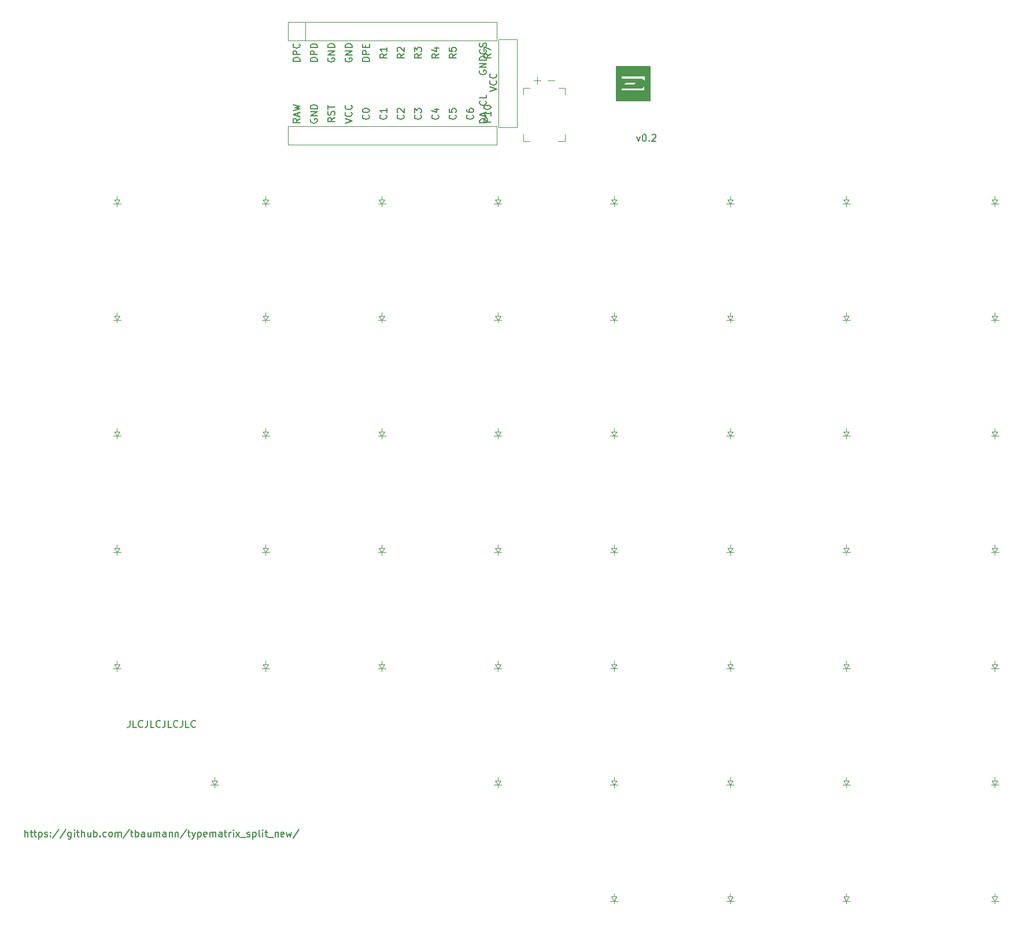
<source format=gto>
G04 #@! TF.GenerationSoftware,KiCad,Pcbnew,8.0.4+1*
G04 #@! TF.CreationDate,2024-10-01T15:26:09+00:00*
G04 #@! TF.ProjectId,right,72696768-742e-46b6-9963-61645f706362,v0.2*
G04 #@! TF.SameCoordinates,Original*
G04 #@! TF.FileFunction,Legend,Top*
G04 #@! TF.FilePolarity,Positive*
%FSLAX46Y46*%
G04 Gerber Fmt 4.6, Leading zero omitted, Abs format (unit mm)*
G04 Created by KiCad (PCBNEW 8.0.4+1) date 2024-10-01 15:26:09*
%MOMM*%
%LPD*%
G01*
G04 APERTURE LIST*
%ADD10C,0.150000*%
%ADD11C,0.100000*%
%ADD12C,0.120000*%
%ADD13C,0.010000*%
%ADD14O,1.800000X1.800000*%
%ADD15C,1.800000*%
%ADD16O,1.300000X1.850000*%
%ADD17C,2.000000*%
%ADD18C,3.100000*%
%ADD19C,3.500000*%
%ADD20C,2.100000*%
%ADD21C,1.000000*%
G04 APERTURE END LIST*
D10*
X256130951Y-106454819D02*
X256130951Y-107169104D01*
X256130951Y-107169104D02*
X256083332Y-107311961D01*
X256083332Y-107311961D02*
X255988094Y-107407200D01*
X255988094Y-107407200D02*
X255845237Y-107454819D01*
X255845237Y-107454819D02*
X255749999Y-107454819D01*
X257083332Y-107454819D02*
X256607142Y-107454819D01*
X256607142Y-107454819D02*
X256607142Y-106454819D01*
X257988094Y-107359580D02*
X257940475Y-107407200D01*
X257940475Y-107407200D02*
X257797618Y-107454819D01*
X257797618Y-107454819D02*
X257702380Y-107454819D01*
X257702380Y-107454819D02*
X257559523Y-107407200D01*
X257559523Y-107407200D02*
X257464285Y-107311961D01*
X257464285Y-107311961D02*
X257416666Y-107216723D01*
X257416666Y-107216723D02*
X257369047Y-107026247D01*
X257369047Y-107026247D02*
X257369047Y-106883390D01*
X257369047Y-106883390D02*
X257416666Y-106692914D01*
X257416666Y-106692914D02*
X257464285Y-106597676D01*
X257464285Y-106597676D02*
X257559523Y-106502438D01*
X257559523Y-106502438D02*
X257702380Y-106454819D01*
X257702380Y-106454819D02*
X257797618Y-106454819D01*
X257797618Y-106454819D02*
X257940475Y-106502438D01*
X257940475Y-106502438D02*
X257988094Y-106550057D01*
X258702380Y-106454819D02*
X258702380Y-107169104D01*
X258702380Y-107169104D02*
X258654761Y-107311961D01*
X258654761Y-107311961D02*
X258559523Y-107407200D01*
X258559523Y-107407200D02*
X258416666Y-107454819D01*
X258416666Y-107454819D02*
X258321428Y-107454819D01*
X259654761Y-107454819D02*
X259178571Y-107454819D01*
X259178571Y-107454819D02*
X259178571Y-106454819D01*
X260559523Y-107359580D02*
X260511904Y-107407200D01*
X260511904Y-107407200D02*
X260369047Y-107454819D01*
X260369047Y-107454819D02*
X260273809Y-107454819D01*
X260273809Y-107454819D02*
X260130952Y-107407200D01*
X260130952Y-107407200D02*
X260035714Y-107311961D01*
X260035714Y-107311961D02*
X259988095Y-107216723D01*
X259988095Y-107216723D02*
X259940476Y-107026247D01*
X259940476Y-107026247D02*
X259940476Y-106883390D01*
X259940476Y-106883390D02*
X259988095Y-106692914D01*
X259988095Y-106692914D02*
X260035714Y-106597676D01*
X260035714Y-106597676D02*
X260130952Y-106502438D01*
X260130952Y-106502438D02*
X260273809Y-106454819D01*
X260273809Y-106454819D02*
X260369047Y-106454819D01*
X260369047Y-106454819D02*
X260511904Y-106502438D01*
X260511904Y-106502438D02*
X260559523Y-106550057D01*
X261273809Y-106454819D02*
X261273809Y-107169104D01*
X261273809Y-107169104D02*
X261226190Y-107311961D01*
X261226190Y-107311961D02*
X261130952Y-107407200D01*
X261130952Y-107407200D02*
X260988095Y-107454819D01*
X260988095Y-107454819D02*
X260892857Y-107454819D01*
X262226190Y-107454819D02*
X261750000Y-107454819D01*
X261750000Y-107454819D02*
X261750000Y-106454819D01*
X263130952Y-107359580D02*
X263083333Y-107407200D01*
X263083333Y-107407200D02*
X262940476Y-107454819D01*
X262940476Y-107454819D02*
X262845238Y-107454819D01*
X262845238Y-107454819D02*
X262702381Y-107407200D01*
X262702381Y-107407200D02*
X262607143Y-107311961D01*
X262607143Y-107311961D02*
X262559524Y-107216723D01*
X262559524Y-107216723D02*
X262511905Y-107026247D01*
X262511905Y-107026247D02*
X262511905Y-106883390D01*
X262511905Y-106883390D02*
X262559524Y-106692914D01*
X262559524Y-106692914D02*
X262607143Y-106597676D01*
X262607143Y-106597676D02*
X262702381Y-106502438D01*
X262702381Y-106502438D02*
X262845238Y-106454819D01*
X262845238Y-106454819D02*
X262940476Y-106454819D01*
X262940476Y-106454819D02*
X263083333Y-106502438D01*
X263083333Y-106502438D02*
X263130952Y-106550057D01*
X263845238Y-106454819D02*
X263845238Y-107169104D01*
X263845238Y-107169104D02*
X263797619Y-107311961D01*
X263797619Y-107311961D02*
X263702381Y-107407200D01*
X263702381Y-107407200D02*
X263559524Y-107454819D01*
X263559524Y-107454819D02*
X263464286Y-107454819D01*
X264797619Y-107454819D02*
X264321429Y-107454819D01*
X264321429Y-107454819D02*
X264321429Y-106454819D01*
X265702381Y-107359580D02*
X265654762Y-107407200D01*
X265654762Y-107407200D02*
X265511905Y-107454819D01*
X265511905Y-107454819D02*
X265416667Y-107454819D01*
X265416667Y-107454819D02*
X265273810Y-107407200D01*
X265273810Y-107407200D02*
X265178572Y-107311961D01*
X265178572Y-107311961D02*
X265130953Y-107216723D01*
X265130953Y-107216723D02*
X265083334Y-107026247D01*
X265083334Y-107026247D02*
X265083334Y-106883390D01*
X265083334Y-106883390D02*
X265130953Y-106692914D01*
X265130953Y-106692914D02*
X265178572Y-106597676D01*
X265178572Y-106597676D02*
X265273810Y-106502438D01*
X265273810Y-106502438D02*
X265416667Y-106454819D01*
X265416667Y-106454819D02*
X265511905Y-106454819D01*
X265511905Y-106454819D02*
X265654762Y-106502438D01*
X265654762Y-106502438D02*
X265702381Y-106550057D01*
X240749998Y-123454819D02*
X240749998Y-122454819D01*
X241178569Y-123454819D02*
X241178569Y-122931009D01*
X241178569Y-122931009D02*
X241130950Y-122835771D01*
X241130950Y-122835771D02*
X241035712Y-122788152D01*
X241035712Y-122788152D02*
X240892855Y-122788152D01*
X240892855Y-122788152D02*
X240797617Y-122835771D01*
X240797617Y-122835771D02*
X240749998Y-122883390D01*
X241511903Y-122788152D02*
X241892855Y-122788152D01*
X241654760Y-122454819D02*
X241654760Y-123311961D01*
X241654760Y-123311961D02*
X241702379Y-123407200D01*
X241702379Y-123407200D02*
X241797617Y-123454819D01*
X241797617Y-123454819D02*
X241892855Y-123454819D01*
X242083332Y-122788152D02*
X242464284Y-122788152D01*
X242226189Y-122454819D02*
X242226189Y-123311961D01*
X242226189Y-123311961D02*
X242273808Y-123407200D01*
X242273808Y-123407200D02*
X242369046Y-123454819D01*
X242369046Y-123454819D02*
X242464284Y-123454819D01*
X242797618Y-122788152D02*
X242797618Y-123788152D01*
X242797618Y-122835771D02*
X242892856Y-122788152D01*
X242892856Y-122788152D02*
X243083332Y-122788152D01*
X243083332Y-122788152D02*
X243178570Y-122835771D01*
X243178570Y-122835771D02*
X243226189Y-122883390D01*
X243226189Y-122883390D02*
X243273808Y-122978628D01*
X243273808Y-122978628D02*
X243273808Y-123264342D01*
X243273808Y-123264342D02*
X243226189Y-123359580D01*
X243226189Y-123359580D02*
X243178570Y-123407200D01*
X243178570Y-123407200D02*
X243083332Y-123454819D01*
X243083332Y-123454819D02*
X242892856Y-123454819D01*
X242892856Y-123454819D02*
X242797618Y-123407200D01*
X243654761Y-123407200D02*
X243749999Y-123454819D01*
X243749999Y-123454819D02*
X243940475Y-123454819D01*
X243940475Y-123454819D02*
X244035713Y-123407200D01*
X244035713Y-123407200D02*
X244083332Y-123311961D01*
X244083332Y-123311961D02*
X244083332Y-123264342D01*
X244083332Y-123264342D02*
X244035713Y-123169104D01*
X244035713Y-123169104D02*
X243940475Y-123121485D01*
X243940475Y-123121485D02*
X243797618Y-123121485D01*
X243797618Y-123121485D02*
X243702380Y-123073866D01*
X243702380Y-123073866D02*
X243654761Y-122978628D01*
X243654761Y-122978628D02*
X243654761Y-122931009D01*
X243654761Y-122931009D02*
X243702380Y-122835771D01*
X243702380Y-122835771D02*
X243797618Y-122788152D01*
X243797618Y-122788152D02*
X243940475Y-122788152D01*
X243940475Y-122788152D02*
X244035713Y-122835771D01*
X244511904Y-123359580D02*
X244559523Y-123407200D01*
X244559523Y-123407200D02*
X244511904Y-123454819D01*
X244511904Y-123454819D02*
X244464285Y-123407200D01*
X244464285Y-123407200D02*
X244511904Y-123359580D01*
X244511904Y-123359580D02*
X244511904Y-123454819D01*
X244511904Y-122835771D02*
X244559523Y-122883390D01*
X244559523Y-122883390D02*
X244511904Y-122931009D01*
X244511904Y-122931009D02*
X244464285Y-122883390D01*
X244464285Y-122883390D02*
X244511904Y-122835771D01*
X244511904Y-122835771D02*
X244511904Y-122931009D01*
X245702379Y-122407200D02*
X244845237Y-123692914D01*
X246749998Y-122407200D02*
X245892856Y-123692914D01*
X247511903Y-122788152D02*
X247511903Y-123597676D01*
X247511903Y-123597676D02*
X247464284Y-123692914D01*
X247464284Y-123692914D02*
X247416665Y-123740533D01*
X247416665Y-123740533D02*
X247321427Y-123788152D01*
X247321427Y-123788152D02*
X247178570Y-123788152D01*
X247178570Y-123788152D02*
X247083332Y-123740533D01*
X247511903Y-123407200D02*
X247416665Y-123454819D01*
X247416665Y-123454819D02*
X247226189Y-123454819D01*
X247226189Y-123454819D02*
X247130951Y-123407200D01*
X247130951Y-123407200D02*
X247083332Y-123359580D01*
X247083332Y-123359580D02*
X247035713Y-123264342D01*
X247035713Y-123264342D02*
X247035713Y-122978628D01*
X247035713Y-122978628D02*
X247083332Y-122883390D01*
X247083332Y-122883390D02*
X247130951Y-122835771D01*
X247130951Y-122835771D02*
X247226189Y-122788152D01*
X247226189Y-122788152D02*
X247416665Y-122788152D01*
X247416665Y-122788152D02*
X247511903Y-122835771D01*
X247988094Y-123454819D02*
X247988094Y-122788152D01*
X247988094Y-122454819D02*
X247940475Y-122502438D01*
X247940475Y-122502438D02*
X247988094Y-122550057D01*
X247988094Y-122550057D02*
X248035713Y-122502438D01*
X248035713Y-122502438D02*
X247988094Y-122454819D01*
X247988094Y-122454819D02*
X247988094Y-122550057D01*
X248321427Y-122788152D02*
X248702379Y-122788152D01*
X248464284Y-122454819D02*
X248464284Y-123311961D01*
X248464284Y-123311961D02*
X248511903Y-123407200D01*
X248511903Y-123407200D02*
X248607141Y-123454819D01*
X248607141Y-123454819D02*
X248702379Y-123454819D01*
X249035713Y-123454819D02*
X249035713Y-122454819D01*
X249464284Y-123454819D02*
X249464284Y-122931009D01*
X249464284Y-122931009D02*
X249416665Y-122835771D01*
X249416665Y-122835771D02*
X249321427Y-122788152D01*
X249321427Y-122788152D02*
X249178570Y-122788152D01*
X249178570Y-122788152D02*
X249083332Y-122835771D01*
X249083332Y-122835771D02*
X249035713Y-122883390D01*
X250369046Y-122788152D02*
X250369046Y-123454819D01*
X249940475Y-122788152D02*
X249940475Y-123311961D01*
X249940475Y-123311961D02*
X249988094Y-123407200D01*
X249988094Y-123407200D02*
X250083332Y-123454819D01*
X250083332Y-123454819D02*
X250226189Y-123454819D01*
X250226189Y-123454819D02*
X250321427Y-123407200D01*
X250321427Y-123407200D02*
X250369046Y-123359580D01*
X250845237Y-123454819D02*
X250845237Y-122454819D01*
X250845237Y-122835771D02*
X250940475Y-122788152D01*
X250940475Y-122788152D02*
X251130951Y-122788152D01*
X251130951Y-122788152D02*
X251226189Y-122835771D01*
X251226189Y-122835771D02*
X251273808Y-122883390D01*
X251273808Y-122883390D02*
X251321427Y-122978628D01*
X251321427Y-122978628D02*
X251321427Y-123264342D01*
X251321427Y-123264342D02*
X251273808Y-123359580D01*
X251273808Y-123359580D02*
X251226189Y-123407200D01*
X251226189Y-123407200D02*
X251130951Y-123454819D01*
X251130951Y-123454819D02*
X250940475Y-123454819D01*
X250940475Y-123454819D02*
X250845237Y-123407200D01*
X251749999Y-123359580D02*
X251797618Y-123407200D01*
X251797618Y-123407200D02*
X251749999Y-123454819D01*
X251749999Y-123454819D02*
X251702380Y-123407200D01*
X251702380Y-123407200D02*
X251749999Y-123359580D01*
X251749999Y-123359580D02*
X251749999Y-123454819D01*
X252654760Y-123407200D02*
X252559522Y-123454819D01*
X252559522Y-123454819D02*
X252369046Y-123454819D01*
X252369046Y-123454819D02*
X252273808Y-123407200D01*
X252273808Y-123407200D02*
X252226189Y-123359580D01*
X252226189Y-123359580D02*
X252178570Y-123264342D01*
X252178570Y-123264342D02*
X252178570Y-122978628D01*
X252178570Y-122978628D02*
X252226189Y-122883390D01*
X252226189Y-122883390D02*
X252273808Y-122835771D01*
X252273808Y-122835771D02*
X252369046Y-122788152D01*
X252369046Y-122788152D02*
X252559522Y-122788152D01*
X252559522Y-122788152D02*
X252654760Y-122835771D01*
X253226189Y-123454819D02*
X253130951Y-123407200D01*
X253130951Y-123407200D02*
X253083332Y-123359580D01*
X253083332Y-123359580D02*
X253035713Y-123264342D01*
X253035713Y-123264342D02*
X253035713Y-122978628D01*
X253035713Y-122978628D02*
X253083332Y-122883390D01*
X253083332Y-122883390D02*
X253130951Y-122835771D01*
X253130951Y-122835771D02*
X253226189Y-122788152D01*
X253226189Y-122788152D02*
X253369046Y-122788152D01*
X253369046Y-122788152D02*
X253464284Y-122835771D01*
X253464284Y-122835771D02*
X253511903Y-122883390D01*
X253511903Y-122883390D02*
X253559522Y-122978628D01*
X253559522Y-122978628D02*
X253559522Y-123264342D01*
X253559522Y-123264342D02*
X253511903Y-123359580D01*
X253511903Y-123359580D02*
X253464284Y-123407200D01*
X253464284Y-123407200D02*
X253369046Y-123454819D01*
X253369046Y-123454819D02*
X253226189Y-123454819D01*
X253988094Y-123454819D02*
X253988094Y-122788152D01*
X253988094Y-122883390D02*
X254035713Y-122835771D01*
X254035713Y-122835771D02*
X254130951Y-122788152D01*
X254130951Y-122788152D02*
X254273808Y-122788152D01*
X254273808Y-122788152D02*
X254369046Y-122835771D01*
X254369046Y-122835771D02*
X254416665Y-122931009D01*
X254416665Y-122931009D02*
X254416665Y-123454819D01*
X254416665Y-122931009D02*
X254464284Y-122835771D01*
X254464284Y-122835771D02*
X254559522Y-122788152D01*
X254559522Y-122788152D02*
X254702379Y-122788152D01*
X254702379Y-122788152D02*
X254797618Y-122835771D01*
X254797618Y-122835771D02*
X254845237Y-122931009D01*
X254845237Y-122931009D02*
X254845237Y-123454819D01*
X256035712Y-122407200D02*
X255178570Y-123692914D01*
X256226189Y-122788152D02*
X256607141Y-122788152D01*
X256369046Y-122454819D02*
X256369046Y-123311961D01*
X256369046Y-123311961D02*
X256416665Y-123407200D01*
X256416665Y-123407200D02*
X256511903Y-123454819D01*
X256511903Y-123454819D02*
X256607141Y-123454819D01*
X256940475Y-123454819D02*
X256940475Y-122454819D01*
X256940475Y-122835771D02*
X257035713Y-122788152D01*
X257035713Y-122788152D02*
X257226189Y-122788152D01*
X257226189Y-122788152D02*
X257321427Y-122835771D01*
X257321427Y-122835771D02*
X257369046Y-122883390D01*
X257369046Y-122883390D02*
X257416665Y-122978628D01*
X257416665Y-122978628D02*
X257416665Y-123264342D01*
X257416665Y-123264342D02*
X257369046Y-123359580D01*
X257369046Y-123359580D02*
X257321427Y-123407200D01*
X257321427Y-123407200D02*
X257226189Y-123454819D01*
X257226189Y-123454819D02*
X257035713Y-123454819D01*
X257035713Y-123454819D02*
X256940475Y-123407200D01*
X258273808Y-123454819D02*
X258273808Y-122931009D01*
X258273808Y-122931009D02*
X258226189Y-122835771D01*
X258226189Y-122835771D02*
X258130951Y-122788152D01*
X258130951Y-122788152D02*
X257940475Y-122788152D01*
X257940475Y-122788152D02*
X257845237Y-122835771D01*
X258273808Y-123407200D02*
X258178570Y-123454819D01*
X258178570Y-123454819D02*
X257940475Y-123454819D01*
X257940475Y-123454819D02*
X257845237Y-123407200D01*
X257845237Y-123407200D02*
X257797618Y-123311961D01*
X257797618Y-123311961D02*
X257797618Y-123216723D01*
X257797618Y-123216723D02*
X257845237Y-123121485D01*
X257845237Y-123121485D02*
X257940475Y-123073866D01*
X257940475Y-123073866D02*
X258178570Y-123073866D01*
X258178570Y-123073866D02*
X258273808Y-123026247D01*
X259178570Y-122788152D02*
X259178570Y-123454819D01*
X258749999Y-122788152D02*
X258749999Y-123311961D01*
X258749999Y-123311961D02*
X258797618Y-123407200D01*
X258797618Y-123407200D02*
X258892856Y-123454819D01*
X258892856Y-123454819D02*
X259035713Y-123454819D01*
X259035713Y-123454819D02*
X259130951Y-123407200D01*
X259130951Y-123407200D02*
X259178570Y-123359580D01*
X259654761Y-123454819D02*
X259654761Y-122788152D01*
X259654761Y-122883390D02*
X259702380Y-122835771D01*
X259702380Y-122835771D02*
X259797618Y-122788152D01*
X259797618Y-122788152D02*
X259940475Y-122788152D01*
X259940475Y-122788152D02*
X260035713Y-122835771D01*
X260035713Y-122835771D02*
X260083332Y-122931009D01*
X260083332Y-122931009D02*
X260083332Y-123454819D01*
X260083332Y-122931009D02*
X260130951Y-122835771D01*
X260130951Y-122835771D02*
X260226189Y-122788152D01*
X260226189Y-122788152D02*
X260369046Y-122788152D01*
X260369046Y-122788152D02*
X260464285Y-122835771D01*
X260464285Y-122835771D02*
X260511904Y-122931009D01*
X260511904Y-122931009D02*
X260511904Y-123454819D01*
X261416665Y-123454819D02*
X261416665Y-122931009D01*
X261416665Y-122931009D02*
X261369046Y-122835771D01*
X261369046Y-122835771D02*
X261273808Y-122788152D01*
X261273808Y-122788152D02*
X261083332Y-122788152D01*
X261083332Y-122788152D02*
X260988094Y-122835771D01*
X261416665Y-123407200D02*
X261321427Y-123454819D01*
X261321427Y-123454819D02*
X261083332Y-123454819D01*
X261083332Y-123454819D02*
X260988094Y-123407200D01*
X260988094Y-123407200D02*
X260940475Y-123311961D01*
X260940475Y-123311961D02*
X260940475Y-123216723D01*
X260940475Y-123216723D02*
X260988094Y-123121485D01*
X260988094Y-123121485D02*
X261083332Y-123073866D01*
X261083332Y-123073866D02*
X261321427Y-123073866D01*
X261321427Y-123073866D02*
X261416665Y-123026247D01*
X261892856Y-122788152D02*
X261892856Y-123454819D01*
X261892856Y-122883390D02*
X261940475Y-122835771D01*
X261940475Y-122835771D02*
X262035713Y-122788152D01*
X262035713Y-122788152D02*
X262178570Y-122788152D01*
X262178570Y-122788152D02*
X262273808Y-122835771D01*
X262273808Y-122835771D02*
X262321427Y-122931009D01*
X262321427Y-122931009D02*
X262321427Y-123454819D01*
X262797618Y-122788152D02*
X262797618Y-123454819D01*
X262797618Y-122883390D02*
X262845237Y-122835771D01*
X262845237Y-122835771D02*
X262940475Y-122788152D01*
X262940475Y-122788152D02*
X263083332Y-122788152D01*
X263083332Y-122788152D02*
X263178570Y-122835771D01*
X263178570Y-122835771D02*
X263226189Y-122931009D01*
X263226189Y-122931009D02*
X263226189Y-123454819D01*
X264416665Y-122407200D02*
X263559523Y-123692914D01*
X264607142Y-122788152D02*
X264988094Y-122788152D01*
X264749999Y-122454819D02*
X264749999Y-123311961D01*
X264749999Y-123311961D02*
X264797618Y-123407200D01*
X264797618Y-123407200D02*
X264892856Y-123454819D01*
X264892856Y-123454819D02*
X264988094Y-123454819D01*
X265226190Y-122788152D02*
X265464285Y-123454819D01*
X265702380Y-122788152D02*
X265464285Y-123454819D01*
X265464285Y-123454819D02*
X265369047Y-123692914D01*
X265369047Y-123692914D02*
X265321428Y-123740533D01*
X265321428Y-123740533D02*
X265226190Y-123788152D01*
X266083333Y-122788152D02*
X266083333Y-123788152D01*
X266083333Y-122835771D02*
X266178571Y-122788152D01*
X266178571Y-122788152D02*
X266369047Y-122788152D01*
X266369047Y-122788152D02*
X266464285Y-122835771D01*
X266464285Y-122835771D02*
X266511904Y-122883390D01*
X266511904Y-122883390D02*
X266559523Y-122978628D01*
X266559523Y-122978628D02*
X266559523Y-123264342D01*
X266559523Y-123264342D02*
X266511904Y-123359580D01*
X266511904Y-123359580D02*
X266464285Y-123407200D01*
X266464285Y-123407200D02*
X266369047Y-123454819D01*
X266369047Y-123454819D02*
X266178571Y-123454819D01*
X266178571Y-123454819D02*
X266083333Y-123407200D01*
X267369047Y-123407200D02*
X267273809Y-123454819D01*
X267273809Y-123454819D02*
X267083333Y-123454819D01*
X267083333Y-123454819D02*
X266988095Y-123407200D01*
X266988095Y-123407200D02*
X266940476Y-123311961D01*
X266940476Y-123311961D02*
X266940476Y-122931009D01*
X266940476Y-122931009D02*
X266988095Y-122835771D01*
X266988095Y-122835771D02*
X267083333Y-122788152D01*
X267083333Y-122788152D02*
X267273809Y-122788152D01*
X267273809Y-122788152D02*
X267369047Y-122835771D01*
X267369047Y-122835771D02*
X267416666Y-122931009D01*
X267416666Y-122931009D02*
X267416666Y-123026247D01*
X267416666Y-123026247D02*
X266940476Y-123121485D01*
X267845238Y-123454819D02*
X267845238Y-122788152D01*
X267845238Y-122883390D02*
X267892857Y-122835771D01*
X267892857Y-122835771D02*
X267988095Y-122788152D01*
X267988095Y-122788152D02*
X268130952Y-122788152D01*
X268130952Y-122788152D02*
X268226190Y-122835771D01*
X268226190Y-122835771D02*
X268273809Y-122931009D01*
X268273809Y-122931009D02*
X268273809Y-123454819D01*
X268273809Y-122931009D02*
X268321428Y-122835771D01*
X268321428Y-122835771D02*
X268416666Y-122788152D01*
X268416666Y-122788152D02*
X268559523Y-122788152D01*
X268559523Y-122788152D02*
X268654762Y-122835771D01*
X268654762Y-122835771D02*
X268702381Y-122931009D01*
X268702381Y-122931009D02*
X268702381Y-123454819D01*
X269607142Y-123454819D02*
X269607142Y-122931009D01*
X269607142Y-122931009D02*
X269559523Y-122835771D01*
X269559523Y-122835771D02*
X269464285Y-122788152D01*
X269464285Y-122788152D02*
X269273809Y-122788152D01*
X269273809Y-122788152D02*
X269178571Y-122835771D01*
X269607142Y-123407200D02*
X269511904Y-123454819D01*
X269511904Y-123454819D02*
X269273809Y-123454819D01*
X269273809Y-123454819D02*
X269178571Y-123407200D01*
X269178571Y-123407200D02*
X269130952Y-123311961D01*
X269130952Y-123311961D02*
X269130952Y-123216723D01*
X269130952Y-123216723D02*
X269178571Y-123121485D01*
X269178571Y-123121485D02*
X269273809Y-123073866D01*
X269273809Y-123073866D02*
X269511904Y-123073866D01*
X269511904Y-123073866D02*
X269607142Y-123026247D01*
X269940476Y-122788152D02*
X270321428Y-122788152D01*
X270083333Y-122454819D02*
X270083333Y-123311961D01*
X270083333Y-123311961D02*
X270130952Y-123407200D01*
X270130952Y-123407200D02*
X270226190Y-123454819D01*
X270226190Y-123454819D02*
X270321428Y-123454819D01*
X270654762Y-123454819D02*
X270654762Y-122788152D01*
X270654762Y-122978628D02*
X270702381Y-122883390D01*
X270702381Y-122883390D02*
X270750000Y-122835771D01*
X270750000Y-122835771D02*
X270845238Y-122788152D01*
X270845238Y-122788152D02*
X270940476Y-122788152D01*
X271273810Y-123454819D02*
X271273810Y-122788152D01*
X271273810Y-122454819D02*
X271226191Y-122502438D01*
X271226191Y-122502438D02*
X271273810Y-122550057D01*
X271273810Y-122550057D02*
X271321429Y-122502438D01*
X271321429Y-122502438D02*
X271273810Y-122454819D01*
X271273810Y-122454819D02*
X271273810Y-122550057D01*
X271654762Y-123454819D02*
X272178571Y-122788152D01*
X271654762Y-122788152D02*
X272178571Y-123454819D01*
X272321429Y-123550057D02*
X273083333Y-123550057D01*
X273273810Y-123407200D02*
X273369048Y-123454819D01*
X273369048Y-123454819D02*
X273559524Y-123454819D01*
X273559524Y-123454819D02*
X273654762Y-123407200D01*
X273654762Y-123407200D02*
X273702381Y-123311961D01*
X273702381Y-123311961D02*
X273702381Y-123264342D01*
X273702381Y-123264342D02*
X273654762Y-123169104D01*
X273654762Y-123169104D02*
X273559524Y-123121485D01*
X273559524Y-123121485D02*
X273416667Y-123121485D01*
X273416667Y-123121485D02*
X273321429Y-123073866D01*
X273321429Y-123073866D02*
X273273810Y-122978628D01*
X273273810Y-122978628D02*
X273273810Y-122931009D01*
X273273810Y-122931009D02*
X273321429Y-122835771D01*
X273321429Y-122835771D02*
X273416667Y-122788152D01*
X273416667Y-122788152D02*
X273559524Y-122788152D01*
X273559524Y-122788152D02*
X273654762Y-122835771D01*
X274130953Y-122788152D02*
X274130953Y-123788152D01*
X274130953Y-122835771D02*
X274226191Y-122788152D01*
X274226191Y-122788152D02*
X274416667Y-122788152D01*
X274416667Y-122788152D02*
X274511905Y-122835771D01*
X274511905Y-122835771D02*
X274559524Y-122883390D01*
X274559524Y-122883390D02*
X274607143Y-122978628D01*
X274607143Y-122978628D02*
X274607143Y-123264342D01*
X274607143Y-123264342D02*
X274559524Y-123359580D01*
X274559524Y-123359580D02*
X274511905Y-123407200D01*
X274511905Y-123407200D02*
X274416667Y-123454819D01*
X274416667Y-123454819D02*
X274226191Y-123454819D01*
X274226191Y-123454819D02*
X274130953Y-123407200D01*
X275178572Y-123454819D02*
X275083334Y-123407200D01*
X275083334Y-123407200D02*
X275035715Y-123311961D01*
X275035715Y-123311961D02*
X275035715Y-122454819D01*
X275559525Y-123454819D02*
X275559525Y-122788152D01*
X275559525Y-122454819D02*
X275511906Y-122502438D01*
X275511906Y-122502438D02*
X275559525Y-122550057D01*
X275559525Y-122550057D02*
X275607144Y-122502438D01*
X275607144Y-122502438D02*
X275559525Y-122454819D01*
X275559525Y-122454819D02*
X275559525Y-122550057D01*
X275892858Y-122788152D02*
X276273810Y-122788152D01*
X276035715Y-122454819D02*
X276035715Y-123311961D01*
X276035715Y-123311961D02*
X276083334Y-123407200D01*
X276083334Y-123407200D02*
X276178572Y-123454819D01*
X276178572Y-123454819D02*
X276273810Y-123454819D01*
X276369049Y-123550057D02*
X277130953Y-123550057D01*
X277369049Y-122788152D02*
X277369049Y-123454819D01*
X277369049Y-122883390D02*
X277416668Y-122835771D01*
X277416668Y-122835771D02*
X277511906Y-122788152D01*
X277511906Y-122788152D02*
X277654763Y-122788152D01*
X277654763Y-122788152D02*
X277750001Y-122835771D01*
X277750001Y-122835771D02*
X277797620Y-122931009D01*
X277797620Y-122931009D02*
X277797620Y-123454819D01*
X278654763Y-123407200D02*
X278559525Y-123454819D01*
X278559525Y-123454819D02*
X278369049Y-123454819D01*
X278369049Y-123454819D02*
X278273811Y-123407200D01*
X278273811Y-123407200D02*
X278226192Y-123311961D01*
X278226192Y-123311961D02*
X278226192Y-122931009D01*
X278226192Y-122931009D02*
X278273811Y-122835771D01*
X278273811Y-122835771D02*
X278369049Y-122788152D01*
X278369049Y-122788152D02*
X278559525Y-122788152D01*
X278559525Y-122788152D02*
X278654763Y-122835771D01*
X278654763Y-122835771D02*
X278702382Y-122931009D01*
X278702382Y-122931009D02*
X278702382Y-123026247D01*
X278702382Y-123026247D02*
X278226192Y-123121485D01*
X279035716Y-122788152D02*
X279226192Y-123454819D01*
X279226192Y-123454819D02*
X279416668Y-122978628D01*
X279416668Y-122978628D02*
X279607144Y-123454819D01*
X279607144Y-123454819D02*
X279797620Y-122788152D01*
X280892858Y-122407200D02*
X280035716Y-123692914D01*
X330341429Y-21038152D02*
X330579524Y-21704819D01*
X330579524Y-21704819D02*
X330817619Y-21038152D01*
X331389048Y-20704819D02*
X331484286Y-20704819D01*
X331484286Y-20704819D02*
X331579524Y-20752438D01*
X331579524Y-20752438D02*
X331627143Y-20800057D01*
X331627143Y-20800057D02*
X331674762Y-20895295D01*
X331674762Y-20895295D02*
X331722381Y-21085771D01*
X331722381Y-21085771D02*
X331722381Y-21323866D01*
X331722381Y-21323866D02*
X331674762Y-21514342D01*
X331674762Y-21514342D02*
X331627143Y-21609580D01*
X331627143Y-21609580D02*
X331579524Y-21657200D01*
X331579524Y-21657200D02*
X331484286Y-21704819D01*
X331484286Y-21704819D02*
X331389048Y-21704819D01*
X331389048Y-21704819D02*
X331293810Y-21657200D01*
X331293810Y-21657200D02*
X331246191Y-21609580D01*
X331246191Y-21609580D02*
X331198572Y-21514342D01*
X331198572Y-21514342D02*
X331150953Y-21323866D01*
X331150953Y-21323866D02*
X331150953Y-21085771D01*
X331150953Y-21085771D02*
X331198572Y-20895295D01*
X331198572Y-20895295D02*
X331246191Y-20800057D01*
X331246191Y-20800057D02*
X331293810Y-20752438D01*
X331293810Y-20752438D02*
X331389048Y-20704819D01*
X332150953Y-21609580D02*
X332198572Y-21657200D01*
X332198572Y-21657200D02*
X332150953Y-21704819D01*
X332150953Y-21704819D02*
X332103334Y-21657200D01*
X332103334Y-21657200D02*
X332150953Y-21609580D01*
X332150953Y-21609580D02*
X332150953Y-21704819D01*
X332579524Y-20800057D02*
X332627143Y-20752438D01*
X332627143Y-20752438D02*
X332722381Y-20704819D01*
X332722381Y-20704819D02*
X332960476Y-20704819D01*
X332960476Y-20704819D02*
X333055714Y-20752438D01*
X333055714Y-20752438D02*
X333103333Y-20800057D01*
X333103333Y-20800057D02*
X333150952Y-20895295D01*
X333150952Y-20895295D02*
X333150952Y-20990533D01*
X333150952Y-20990533D02*
X333103333Y-21133390D01*
X333103333Y-21133390D02*
X332531905Y-21704819D01*
X332531905Y-21704819D02*
X333150952Y-21704819D01*
X308314819Y-19020475D02*
X307314819Y-19020475D01*
X307314819Y-19020475D02*
X307314819Y-18782380D01*
X307314819Y-18782380D02*
X307362438Y-18639523D01*
X307362438Y-18639523D02*
X307457676Y-18544285D01*
X307457676Y-18544285D02*
X307552914Y-18496666D01*
X307552914Y-18496666D02*
X307743390Y-18449047D01*
X307743390Y-18449047D02*
X307886247Y-18449047D01*
X307886247Y-18449047D02*
X308076723Y-18496666D01*
X308076723Y-18496666D02*
X308171961Y-18544285D01*
X308171961Y-18544285D02*
X308267200Y-18639523D01*
X308267200Y-18639523D02*
X308314819Y-18782380D01*
X308314819Y-18782380D02*
X308314819Y-19020475D01*
X308029104Y-18068094D02*
X308029104Y-17591904D01*
X308314819Y-18163332D02*
X307314819Y-17829999D01*
X307314819Y-17829999D02*
X308314819Y-17496666D01*
X307362438Y-11391904D02*
X307314819Y-11487142D01*
X307314819Y-11487142D02*
X307314819Y-11629999D01*
X307314819Y-11629999D02*
X307362438Y-11772856D01*
X307362438Y-11772856D02*
X307457676Y-11868094D01*
X307457676Y-11868094D02*
X307552914Y-11915713D01*
X307552914Y-11915713D02*
X307743390Y-11963332D01*
X307743390Y-11963332D02*
X307886247Y-11963332D01*
X307886247Y-11963332D02*
X308076723Y-11915713D01*
X308076723Y-11915713D02*
X308171961Y-11868094D01*
X308171961Y-11868094D02*
X308267200Y-11772856D01*
X308267200Y-11772856D02*
X308314819Y-11629999D01*
X308314819Y-11629999D02*
X308314819Y-11534761D01*
X308314819Y-11534761D02*
X308267200Y-11391904D01*
X308267200Y-11391904D02*
X308219580Y-11344285D01*
X308219580Y-11344285D02*
X307886247Y-11344285D01*
X307886247Y-11344285D02*
X307886247Y-11534761D01*
X308314819Y-10915713D02*
X307314819Y-10915713D01*
X307314819Y-10915713D02*
X308314819Y-10344285D01*
X308314819Y-10344285D02*
X307314819Y-10344285D01*
X308314819Y-9868094D02*
X307314819Y-9868094D01*
X307314819Y-9868094D02*
X307314819Y-9629999D01*
X307314819Y-9629999D02*
X307362438Y-9487142D01*
X307362438Y-9487142D02*
X307457676Y-9391904D01*
X307457676Y-9391904D02*
X307552914Y-9344285D01*
X307552914Y-9344285D02*
X307743390Y-9296666D01*
X307743390Y-9296666D02*
X307886247Y-9296666D01*
X307886247Y-9296666D02*
X308076723Y-9344285D01*
X308076723Y-9344285D02*
X308171961Y-9391904D01*
X308171961Y-9391904D02*
X308267200Y-9487142D01*
X308267200Y-9487142D02*
X308314819Y-9629999D01*
X308314819Y-9629999D02*
X308314819Y-9868094D01*
X308814819Y-14433332D02*
X309814819Y-14099999D01*
X309814819Y-14099999D02*
X308814819Y-13766666D01*
X309719580Y-12861904D02*
X309767200Y-12909523D01*
X309767200Y-12909523D02*
X309814819Y-13052380D01*
X309814819Y-13052380D02*
X309814819Y-13147618D01*
X309814819Y-13147618D02*
X309767200Y-13290475D01*
X309767200Y-13290475D02*
X309671961Y-13385713D01*
X309671961Y-13385713D02*
X309576723Y-13433332D01*
X309576723Y-13433332D02*
X309386247Y-13480951D01*
X309386247Y-13480951D02*
X309243390Y-13480951D01*
X309243390Y-13480951D02*
X309052914Y-13433332D01*
X309052914Y-13433332D02*
X308957676Y-13385713D01*
X308957676Y-13385713D02*
X308862438Y-13290475D01*
X308862438Y-13290475D02*
X308814819Y-13147618D01*
X308814819Y-13147618D02*
X308814819Y-13052380D01*
X308814819Y-13052380D02*
X308862438Y-12909523D01*
X308862438Y-12909523D02*
X308910057Y-12861904D01*
X309719580Y-11861904D02*
X309767200Y-11909523D01*
X309767200Y-11909523D02*
X309814819Y-12052380D01*
X309814819Y-12052380D02*
X309814819Y-12147618D01*
X309814819Y-12147618D02*
X309767200Y-12290475D01*
X309767200Y-12290475D02*
X309671961Y-12385713D01*
X309671961Y-12385713D02*
X309576723Y-12433332D01*
X309576723Y-12433332D02*
X309386247Y-12480951D01*
X309386247Y-12480951D02*
X309243390Y-12480951D01*
X309243390Y-12480951D02*
X309052914Y-12433332D01*
X309052914Y-12433332D02*
X308957676Y-12385713D01*
X308957676Y-12385713D02*
X308862438Y-12290475D01*
X308862438Y-12290475D02*
X308814819Y-12147618D01*
X308814819Y-12147618D02*
X308814819Y-12052380D01*
X308814819Y-12052380D02*
X308862438Y-11909523D01*
X308862438Y-11909523D02*
X308910057Y-11861904D01*
X308219580Y-8296666D02*
X308267200Y-8344285D01*
X308267200Y-8344285D02*
X308314819Y-8487142D01*
X308314819Y-8487142D02*
X308314819Y-8582380D01*
X308314819Y-8582380D02*
X308267200Y-8725237D01*
X308267200Y-8725237D02*
X308171961Y-8820475D01*
X308171961Y-8820475D02*
X308076723Y-8868094D01*
X308076723Y-8868094D02*
X307886247Y-8915713D01*
X307886247Y-8915713D02*
X307743390Y-8915713D01*
X307743390Y-8915713D02*
X307552914Y-8868094D01*
X307552914Y-8868094D02*
X307457676Y-8820475D01*
X307457676Y-8820475D02*
X307362438Y-8725237D01*
X307362438Y-8725237D02*
X307314819Y-8582380D01*
X307314819Y-8582380D02*
X307314819Y-8487142D01*
X307314819Y-8487142D02*
X307362438Y-8344285D01*
X307362438Y-8344285D02*
X307410057Y-8296666D01*
X308267200Y-7915713D02*
X308314819Y-7772856D01*
X308314819Y-7772856D02*
X308314819Y-7534761D01*
X308314819Y-7534761D02*
X308267200Y-7439523D01*
X308267200Y-7439523D02*
X308219580Y-7391904D01*
X308219580Y-7391904D02*
X308124342Y-7344285D01*
X308124342Y-7344285D02*
X308029104Y-7344285D01*
X308029104Y-7344285D02*
X307933866Y-7391904D01*
X307933866Y-7391904D02*
X307886247Y-7439523D01*
X307886247Y-7439523D02*
X307838628Y-7534761D01*
X307838628Y-7534761D02*
X307791009Y-7725237D01*
X307791009Y-7725237D02*
X307743390Y-7820475D01*
X307743390Y-7820475D02*
X307695771Y-7868094D01*
X307695771Y-7868094D02*
X307600533Y-7915713D01*
X307600533Y-7915713D02*
X307505295Y-7915713D01*
X307505295Y-7915713D02*
X307410057Y-7868094D01*
X307410057Y-7868094D02*
X307362438Y-7820475D01*
X307362438Y-7820475D02*
X307314819Y-7725237D01*
X307314819Y-7725237D02*
X307314819Y-7487142D01*
X307314819Y-7487142D02*
X307362438Y-7344285D01*
X308219580Y-15825238D02*
X308267200Y-15872857D01*
X308267200Y-15872857D02*
X308314819Y-16015714D01*
X308314819Y-16015714D02*
X308314819Y-16110952D01*
X308314819Y-16110952D02*
X308267200Y-16253809D01*
X308267200Y-16253809D02*
X308171961Y-16349047D01*
X308171961Y-16349047D02*
X308076723Y-16396666D01*
X308076723Y-16396666D02*
X307886247Y-16444285D01*
X307886247Y-16444285D02*
X307743390Y-16444285D01*
X307743390Y-16444285D02*
X307552914Y-16396666D01*
X307552914Y-16396666D02*
X307457676Y-16349047D01*
X307457676Y-16349047D02*
X307362438Y-16253809D01*
X307362438Y-16253809D02*
X307314819Y-16110952D01*
X307314819Y-16110952D02*
X307314819Y-16015714D01*
X307314819Y-16015714D02*
X307362438Y-15872857D01*
X307362438Y-15872857D02*
X307410057Y-15825238D01*
X308314819Y-14920476D02*
X308314819Y-15396666D01*
X308314819Y-15396666D02*
X307314819Y-15396666D01*
X291174819Y-9994285D02*
X290174819Y-9994285D01*
X290174819Y-9994285D02*
X290174819Y-9756190D01*
X290174819Y-9756190D02*
X290222438Y-9613333D01*
X290222438Y-9613333D02*
X290317676Y-9518095D01*
X290317676Y-9518095D02*
X290412914Y-9470476D01*
X290412914Y-9470476D02*
X290603390Y-9422857D01*
X290603390Y-9422857D02*
X290746247Y-9422857D01*
X290746247Y-9422857D02*
X290936723Y-9470476D01*
X290936723Y-9470476D02*
X291031961Y-9518095D01*
X291031961Y-9518095D02*
X291127200Y-9613333D01*
X291127200Y-9613333D02*
X291174819Y-9756190D01*
X291174819Y-9756190D02*
X291174819Y-9994285D01*
X291174819Y-8994285D02*
X290174819Y-8994285D01*
X290174819Y-8994285D02*
X290174819Y-8613333D01*
X290174819Y-8613333D02*
X290222438Y-8518095D01*
X290222438Y-8518095D02*
X290270057Y-8470476D01*
X290270057Y-8470476D02*
X290365295Y-8422857D01*
X290365295Y-8422857D02*
X290508152Y-8422857D01*
X290508152Y-8422857D02*
X290603390Y-8470476D01*
X290603390Y-8470476D02*
X290651009Y-8518095D01*
X290651009Y-8518095D02*
X290698628Y-8613333D01*
X290698628Y-8613333D02*
X290698628Y-8994285D01*
X290651009Y-7994285D02*
X290651009Y-7660952D01*
X291174819Y-7518095D02*
X291174819Y-7994285D01*
X291174819Y-7994285D02*
X290174819Y-7994285D01*
X290174819Y-7994285D02*
X290174819Y-7518095D01*
X287634819Y-19053332D02*
X288634819Y-18719999D01*
X288634819Y-18719999D02*
X287634819Y-18386666D01*
X288539580Y-17481904D02*
X288587200Y-17529523D01*
X288587200Y-17529523D02*
X288634819Y-17672380D01*
X288634819Y-17672380D02*
X288634819Y-17767618D01*
X288634819Y-17767618D02*
X288587200Y-17910475D01*
X288587200Y-17910475D02*
X288491961Y-18005713D01*
X288491961Y-18005713D02*
X288396723Y-18053332D01*
X288396723Y-18053332D02*
X288206247Y-18100951D01*
X288206247Y-18100951D02*
X288063390Y-18100951D01*
X288063390Y-18100951D02*
X287872914Y-18053332D01*
X287872914Y-18053332D02*
X287777676Y-18005713D01*
X287777676Y-18005713D02*
X287682438Y-17910475D01*
X287682438Y-17910475D02*
X287634819Y-17767618D01*
X287634819Y-17767618D02*
X287634819Y-17672380D01*
X287634819Y-17672380D02*
X287682438Y-17529523D01*
X287682438Y-17529523D02*
X287730057Y-17481904D01*
X288539580Y-16481904D02*
X288587200Y-16529523D01*
X288587200Y-16529523D02*
X288634819Y-16672380D01*
X288634819Y-16672380D02*
X288634819Y-16767618D01*
X288634819Y-16767618D02*
X288587200Y-16910475D01*
X288587200Y-16910475D02*
X288491961Y-17005713D01*
X288491961Y-17005713D02*
X288396723Y-17053332D01*
X288396723Y-17053332D02*
X288206247Y-17100951D01*
X288206247Y-17100951D02*
X288063390Y-17100951D01*
X288063390Y-17100951D02*
X287872914Y-17053332D01*
X287872914Y-17053332D02*
X287777676Y-17005713D01*
X287777676Y-17005713D02*
X287682438Y-16910475D01*
X287682438Y-16910475D02*
X287634819Y-16767618D01*
X287634819Y-16767618D02*
X287634819Y-16672380D01*
X287634819Y-16672380D02*
X287682438Y-16529523D01*
X287682438Y-16529523D02*
X287730057Y-16481904D01*
X281014819Y-18410476D02*
X280538628Y-18743809D01*
X281014819Y-18981904D02*
X280014819Y-18981904D01*
X280014819Y-18981904D02*
X280014819Y-18600952D01*
X280014819Y-18600952D02*
X280062438Y-18505714D01*
X280062438Y-18505714D02*
X280110057Y-18458095D01*
X280110057Y-18458095D02*
X280205295Y-18410476D01*
X280205295Y-18410476D02*
X280348152Y-18410476D01*
X280348152Y-18410476D02*
X280443390Y-18458095D01*
X280443390Y-18458095D02*
X280491009Y-18505714D01*
X280491009Y-18505714D02*
X280538628Y-18600952D01*
X280538628Y-18600952D02*
X280538628Y-18981904D01*
X280729104Y-18029523D02*
X280729104Y-17553333D01*
X281014819Y-18124761D02*
X280014819Y-17791428D01*
X280014819Y-17791428D02*
X281014819Y-17458095D01*
X280014819Y-17219999D02*
X281014819Y-16981904D01*
X281014819Y-16981904D02*
X280300533Y-16791428D01*
X280300533Y-16791428D02*
X281014819Y-16600952D01*
X281014819Y-16600952D02*
X280014819Y-16362857D01*
X287682438Y-9541904D02*
X287634819Y-9637142D01*
X287634819Y-9637142D02*
X287634819Y-9779999D01*
X287634819Y-9779999D02*
X287682438Y-9922856D01*
X287682438Y-9922856D02*
X287777676Y-10018094D01*
X287777676Y-10018094D02*
X287872914Y-10065713D01*
X287872914Y-10065713D02*
X288063390Y-10113332D01*
X288063390Y-10113332D02*
X288206247Y-10113332D01*
X288206247Y-10113332D02*
X288396723Y-10065713D01*
X288396723Y-10065713D02*
X288491961Y-10018094D01*
X288491961Y-10018094D02*
X288587200Y-9922856D01*
X288587200Y-9922856D02*
X288634819Y-9779999D01*
X288634819Y-9779999D02*
X288634819Y-9684761D01*
X288634819Y-9684761D02*
X288587200Y-9541904D01*
X288587200Y-9541904D02*
X288539580Y-9494285D01*
X288539580Y-9494285D02*
X288206247Y-9494285D01*
X288206247Y-9494285D02*
X288206247Y-9684761D01*
X288634819Y-9065713D02*
X287634819Y-9065713D01*
X287634819Y-9065713D02*
X288634819Y-8494285D01*
X288634819Y-8494285D02*
X287634819Y-8494285D01*
X288634819Y-8018094D02*
X287634819Y-8018094D01*
X287634819Y-8018094D02*
X287634819Y-7779999D01*
X287634819Y-7779999D02*
X287682438Y-7637142D01*
X287682438Y-7637142D02*
X287777676Y-7541904D01*
X287777676Y-7541904D02*
X287872914Y-7494285D01*
X287872914Y-7494285D02*
X288063390Y-7446666D01*
X288063390Y-7446666D02*
X288206247Y-7446666D01*
X288206247Y-7446666D02*
X288396723Y-7494285D01*
X288396723Y-7494285D02*
X288491961Y-7541904D01*
X288491961Y-7541904D02*
X288587200Y-7637142D01*
X288587200Y-7637142D02*
X288634819Y-7779999D01*
X288634819Y-7779999D02*
X288634819Y-8018094D01*
X283554819Y-10041904D02*
X282554819Y-10041904D01*
X282554819Y-10041904D02*
X282554819Y-9803809D01*
X282554819Y-9803809D02*
X282602438Y-9660952D01*
X282602438Y-9660952D02*
X282697676Y-9565714D01*
X282697676Y-9565714D02*
X282792914Y-9518095D01*
X282792914Y-9518095D02*
X282983390Y-9470476D01*
X282983390Y-9470476D02*
X283126247Y-9470476D01*
X283126247Y-9470476D02*
X283316723Y-9518095D01*
X283316723Y-9518095D02*
X283411961Y-9565714D01*
X283411961Y-9565714D02*
X283507200Y-9660952D01*
X283507200Y-9660952D02*
X283554819Y-9803809D01*
X283554819Y-9803809D02*
X283554819Y-10041904D01*
X283554819Y-9041904D02*
X282554819Y-9041904D01*
X282554819Y-9041904D02*
X282554819Y-8660952D01*
X282554819Y-8660952D02*
X282602438Y-8565714D01*
X282602438Y-8565714D02*
X282650057Y-8518095D01*
X282650057Y-8518095D02*
X282745295Y-8470476D01*
X282745295Y-8470476D02*
X282888152Y-8470476D01*
X282888152Y-8470476D02*
X282983390Y-8518095D01*
X282983390Y-8518095D02*
X283031009Y-8565714D01*
X283031009Y-8565714D02*
X283078628Y-8660952D01*
X283078628Y-8660952D02*
X283078628Y-9041904D01*
X283554819Y-8041904D02*
X282554819Y-8041904D01*
X282554819Y-8041904D02*
X282554819Y-7803809D01*
X282554819Y-7803809D02*
X282602438Y-7660952D01*
X282602438Y-7660952D02*
X282697676Y-7565714D01*
X282697676Y-7565714D02*
X282792914Y-7518095D01*
X282792914Y-7518095D02*
X282983390Y-7470476D01*
X282983390Y-7470476D02*
X283126247Y-7470476D01*
X283126247Y-7470476D02*
X283316723Y-7518095D01*
X283316723Y-7518095D02*
X283411961Y-7565714D01*
X283411961Y-7565714D02*
X283507200Y-7660952D01*
X283507200Y-7660952D02*
X283554819Y-7803809D01*
X283554819Y-7803809D02*
X283554819Y-8041904D01*
X298794819Y-8946666D02*
X298318628Y-9279999D01*
X298794819Y-9518094D02*
X297794819Y-9518094D01*
X297794819Y-9518094D02*
X297794819Y-9137142D01*
X297794819Y-9137142D02*
X297842438Y-9041904D01*
X297842438Y-9041904D02*
X297890057Y-8994285D01*
X297890057Y-8994285D02*
X297985295Y-8946666D01*
X297985295Y-8946666D02*
X298128152Y-8946666D01*
X298128152Y-8946666D02*
X298223390Y-8994285D01*
X298223390Y-8994285D02*
X298271009Y-9041904D01*
X298271009Y-9041904D02*
X298318628Y-9137142D01*
X298318628Y-9137142D02*
X298318628Y-9518094D01*
X297794819Y-8613332D02*
X297794819Y-7994285D01*
X297794819Y-7994285D02*
X298175771Y-8327618D01*
X298175771Y-8327618D02*
X298175771Y-8184761D01*
X298175771Y-8184761D02*
X298223390Y-8089523D01*
X298223390Y-8089523D02*
X298271009Y-8041904D01*
X298271009Y-8041904D02*
X298366247Y-7994285D01*
X298366247Y-7994285D02*
X298604342Y-7994285D01*
X298604342Y-7994285D02*
X298699580Y-8041904D01*
X298699580Y-8041904D02*
X298747200Y-8089523D01*
X298747200Y-8089523D02*
X298794819Y-8184761D01*
X298794819Y-8184761D02*
X298794819Y-8470475D01*
X298794819Y-8470475D02*
X298747200Y-8565713D01*
X298747200Y-8565713D02*
X298699580Y-8613332D01*
X298699580Y-17886666D02*
X298747200Y-17934285D01*
X298747200Y-17934285D02*
X298794819Y-18077142D01*
X298794819Y-18077142D02*
X298794819Y-18172380D01*
X298794819Y-18172380D02*
X298747200Y-18315237D01*
X298747200Y-18315237D02*
X298651961Y-18410475D01*
X298651961Y-18410475D02*
X298556723Y-18458094D01*
X298556723Y-18458094D02*
X298366247Y-18505713D01*
X298366247Y-18505713D02*
X298223390Y-18505713D01*
X298223390Y-18505713D02*
X298032914Y-18458094D01*
X298032914Y-18458094D02*
X297937676Y-18410475D01*
X297937676Y-18410475D02*
X297842438Y-18315237D01*
X297842438Y-18315237D02*
X297794819Y-18172380D01*
X297794819Y-18172380D02*
X297794819Y-18077142D01*
X297794819Y-18077142D02*
X297842438Y-17934285D01*
X297842438Y-17934285D02*
X297890057Y-17886666D01*
X297794819Y-17553332D02*
X297794819Y-16934285D01*
X297794819Y-16934285D02*
X298175771Y-17267618D01*
X298175771Y-17267618D02*
X298175771Y-17124761D01*
X298175771Y-17124761D02*
X298223390Y-17029523D01*
X298223390Y-17029523D02*
X298271009Y-16981904D01*
X298271009Y-16981904D02*
X298366247Y-16934285D01*
X298366247Y-16934285D02*
X298604342Y-16934285D01*
X298604342Y-16934285D02*
X298699580Y-16981904D01*
X298699580Y-16981904D02*
X298747200Y-17029523D01*
X298747200Y-17029523D02*
X298794819Y-17124761D01*
X298794819Y-17124761D02*
X298794819Y-17410475D01*
X298794819Y-17410475D02*
X298747200Y-17505713D01*
X298747200Y-17505713D02*
X298699580Y-17553332D01*
X281014819Y-10041904D02*
X280014819Y-10041904D01*
X280014819Y-10041904D02*
X280014819Y-9803809D01*
X280014819Y-9803809D02*
X280062438Y-9660952D01*
X280062438Y-9660952D02*
X280157676Y-9565714D01*
X280157676Y-9565714D02*
X280252914Y-9518095D01*
X280252914Y-9518095D02*
X280443390Y-9470476D01*
X280443390Y-9470476D02*
X280586247Y-9470476D01*
X280586247Y-9470476D02*
X280776723Y-9518095D01*
X280776723Y-9518095D02*
X280871961Y-9565714D01*
X280871961Y-9565714D02*
X280967200Y-9660952D01*
X280967200Y-9660952D02*
X281014819Y-9803809D01*
X281014819Y-9803809D02*
X281014819Y-10041904D01*
X281014819Y-9041904D02*
X280014819Y-9041904D01*
X280014819Y-9041904D02*
X280014819Y-8660952D01*
X280014819Y-8660952D02*
X280062438Y-8565714D01*
X280062438Y-8565714D02*
X280110057Y-8518095D01*
X280110057Y-8518095D02*
X280205295Y-8470476D01*
X280205295Y-8470476D02*
X280348152Y-8470476D01*
X280348152Y-8470476D02*
X280443390Y-8518095D01*
X280443390Y-8518095D02*
X280491009Y-8565714D01*
X280491009Y-8565714D02*
X280538628Y-8660952D01*
X280538628Y-8660952D02*
X280538628Y-9041904D01*
X280919580Y-7470476D02*
X280967200Y-7518095D01*
X280967200Y-7518095D02*
X281014819Y-7660952D01*
X281014819Y-7660952D02*
X281014819Y-7756190D01*
X281014819Y-7756190D02*
X280967200Y-7899047D01*
X280967200Y-7899047D02*
X280871961Y-7994285D01*
X280871961Y-7994285D02*
X280776723Y-8041904D01*
X280776723Y-8041904D02*
X280586247Y-8089523D01*
X280586247Y-8089523D02*
X280443390Y-8089523D01*
X280443390Y-8089523D02*
X280252914Y-8041904D01*
X280252914Y-8041904D02*
X280157676Y-7994285D01*
X280157676Y-7994285D02*
X280062438Y-7899047D01*
X280062438Y-7899047D02*
X280014819Y-7756190D01*
X280014819Y-7756190D02*
X280014819Y-7660952D01*
X280014819Y-7660952D02*
X280062438Y-7518095D01*
X280062438Y-7518095D02*
X280110057Y-7470476D01*
X308954819Y-8946666D02*
X308478628Y-9279999D01*
X308954819Y-9518094D02*
X307954819Y-9518094D01*
X307954819Y-9518094D02*
X307954819Y-9137142D01*
X307954819Y-9137142D02*
X308002438Y-9041904D01*
X308002438Y-9041904D02*
X308050057Y-8994285D01*
X308050057Y-8994285D02*
X308145295Y-8946666D01*
X308145295Y-8946666D02*
X308288152Y-8946666D01*
X308288152Y-8946666D02*
X308383390Y-8994285D01*
X308383390Y-8994285D02*
X308431009Y-9041904D01*
X308431009Y-9041904D02*
X308478628Y-9137142D01*
X308478628Y-9137142D02*
X308478628Y-9518094D01*
X307954819Y-8613332D02*
X307954819Y-7946666D01*
X307954819Y-7946666D02*
X308954819Y-8375237D01*
X296159580Y-17886666D02*
X296207200Y-17934285D01*
X296207200Y-17934285D02*
X296254819Y-18077142D01*
X296254819Y-18077142D02*
X296254819Y-18172380D01*
X296254819Y-18172380D02*
X296207200Y-18315237D01*
X296207200Y-18315237D02*
X296111961Y-18410475D01*
X296111961Y-18410475D02*
X296016723Y-18458094D01*
X296016723Y-18458094D02*
X295826247Y-18505713D01*
X295826247Y-18505713D02*
X295683390Y-18505713D01*
X295683390Y-18505713D02*
X295492914Y-18458094D01*
X295492914Y-18458094D02*
X295397676Y-18410475D01*
X295397676Y-18410475D02*
X295302438Y-18315237D01*
X295302438Y-18315237D02*
X295254819Y-18172380D01*
X295254819Y-18172380D02*
X295254819Y-18077142D01*
X295254819Y-18077142D02*
X295302438Y-17934285D01*
X295302438Y-17934285D02*
X295350057Y-17886666D01*
X295350057Y-17505713D02*
X295302438Y-17458094D01*
X295302438Y-17458094D02*
X295254819Y-17362856D01*
X295254819Y-17362856D02*
X295254819Y-17124761D01*
X295254819Y-17124761D02*
X295302438Y-17029523D01*
X295302438Y-17029523D02*
X295350057Y-16981904D01*
X295350057Y-16981904D02*
X295445295Y-16934285D01*
X295445295Y-16934285D02*
X295540533Y-16934285D01*
X295540533Y-16934285D02*
X295683390Y-16981904D01*
X295683390Y-16981904D02*
X296254819Y-17553332D01*
X296254819Y-17553332D02*
X296254819Y-16934285D01*
X293619580Y-17886666D02*
X293667200Y-17934285D01*
X293667200Y-17934285D02*
X293714819Y-18077142D01*
X293714819Y-18077142D02*
X293714819Y-18172380D01*
X293714819Y-18172380D02*
X293667200Y-18315237D01*
X293667200Y-18315237D02*
X293571961Y-18410475D01*
X293571961Y-18410475D02*
X293476723Y-18458094D01*
X293476723Y-18458094D02*
X293286247Y-18505713D01*
X293286247Y-18505713D02*
X293143390Y-18505713D01*
X293143390Y-18505713D02*
X292952914Y-18458094D01*
X292952914Y-18458094D02*
X292857676Y-18410475D01*
X292857676Y-18410475D02*
X292762438Y-18315237D01*
X292762438Y-18315237D02*
X292714819Y-18172380D01*
X292714819Y-18172380D02*
X292714819Y-18077142D01*
X292714819Y-18077142D02*
X292762438Y-17934285D01*
X292762438Y-17934285D02*
X292810057Y-17886666D01*
X293714819Y-16934285D02*
X293714819Y-17505713D01*
X293714819Y-17219999D02*
X292714819Y-17219999D01*
X292714819Y-17219999D02*
X292857676Y-17315237D01*
X292857676Y-17315237D02*
X292952914Y-17410475D01*
X292952914Y-17410475D02*
X293000533Y-17505713D01*
X293714819Y-8946666D02*
X293238628Y-9279999D01*
X293714819Y-9518094D02*
X292714819Y-9518094D01*
X292714819Y-9518094D02*
X292714819Y-9137142D01*
X292714819Y-9137142D02*
X292762438Y-9041904D01*
X292762438Y-9041904D02*
X292810057Y-8994285D01*
X292810057Y-8994285D02*
X292905295Y-8946666D01*
X292905295Y-8946666D02*
X293048152Y-8946666D01*
X293048152Y-8946666D02*
X293143390Y-8994285D01*
X293143390Y-8994285D02*
X293191009Y-9041904D01*
X293191009Y-9041904D02*
X293238628Y-9137142D01*
X293238628Y-9137142D02*
X293238628Y-9518094D01*
X293714819Y-7994285D02*
X293714819Y-8565713D01*
X293714819Y-8279999D02*
X292714819Y-8279999D01*
X292714819Y-8279999D02*
X292857676Y-8375237D01*
X292857676Y-8375237D02*
X292952914Y-8470475D01*
X292952914Y-8470475D02*
X293000533Y-8565713D01*
X306319580Y-17886666D02*
X306367200Y-17934285D01*
X306367200Y-17934285D02*
X306414819Y-18077142D01*
X306414819Y-18077142D02*
X306414819Y-18172380D01*
X306414819Y-18172380D02*
X306367200Y-18315237D01*
X306367200Y-18315237D02*
X306271961Y-18410475D01*
X306271961Y-18410475D02*
X306176723Y-18458094D01*
X306176723Y-18458094D02*
X305986247Y-18505713D01*
X305986247Y-18505713D02*
X305843390Y-18505713D01*
X305843390Y-18505713D02*
X305652914Y-18458094D01*
X305652914Y-18458094D02*
X305557676Y-18410475D01*
X305557676Y-18410475D02*
X305462438Y-18315237D01*
X305462438Y-18315237D02*
X305414819Y-18172380D01*
X305414819Y-18172380D02*
X305414819Y-18077142D01*
X305414819Y-18077142D02*
X305462438Y-17934285D01*
X305462438Y-17934285D02*
X305510057Y-17886666D01*
X305414819Y-17029523D02*
X305414819Y-17219999D01*
X305414819Y-17219999D02*
X305462438Y-17315237D01*
X305462438Y-17315237D02*
X305510057Y-17362856D01*
X305510057Y-17362856D02*
X305652914Y-17458094D01*
X305652914Y-17458094D02*
X305843390Y-17505713D01*
X305843390Y-17505713D02*
X306224342Y-17505713D01*
X306224342Y-17505713D02*
X306319580Y-17458094D01*
X306319580Y-17458094D02*
X306367200Y-17410475D01*
X306367200Y-17410475D02*
X306414819Y-17315237D01*
X306414819Y-17315237D02*
X306414819Y-17124761D01*
X306414819Y-17124761D02*
X306367200Y-17029523D01*
X306367200Y-17029523D02*
X306319580Y-16981904D01*
X306319580Y-16981904D02*
X306224342Y-16934285D01*
X306224342Y-16934285D02*
X305986247Y-16934285D01*
X305986247Y-16934285D02*
X305891009Y-16981904D01*
X305891009Y-16981904D02*
X305843390Y-17029523D01*
X305843390Y-17029523D02*
X305795771Y-17124761D01*
X305795771Y-17124761D02*
X305795771Y-17315237D01*
X305795771Y-17315237D02*
X305843390Y-17410475D01*
X305843390Y-17410475D02*
X305891009Y-17458094D01*
X305891009Y-17458094D02*
X305986247Y-17505713D01*
X282602438Y-18481904D02*
X282554819Y-18577142D01*
X282554819Y-18577142D02*
X282554819Y-18719999D01*
X282554819Y-18719999D02*
X282602438Y-18862856D01*
X282602438Y-18862856D02*
X282697676Y-18958094D01*
X282697676Y-18958094D02*
X282792914Y-19005713D01*
X282792914Y-19005713D02*
X282983390Y-19053332D01*
X282983390Y-19053332D02*
X283126247Y-19053332D01*
X283126247Y-19053332D02*
X283316723Y-19005713D01*
X283316723Y-19005713D02*
X283411961Y-18958094D01*
X283411961Y-18958094D02*
X283507200Y-18862856D01*
X283507200Y-18862856D02*
X283554819Y-18719999D01*
X283554819Y-18719999D02*
X283554819Y-18624761D01*
X283554819Y-18624761D02*
X283507200Y-18481904D01*
X283507200Y-18481904D02*
X283459580Y-18434285D01*
X283459580Y-18434285D02*
X283126247Y-18434285D01*
X283126247Y-18434285D02*
X283126247Y-18624761D01*
X283554819Y-18005713D02*
X282554819Y-18005713D01*
X282554819Y-18005713D02*
X283554819Y-17434285D01*
X283554819Y-17434285D02*
X282554819Y-17434285D01*
X283554819Y-16958094D02*
X282554819Y-16958094D01*
X282554819Y-16958094D02*
X282554819Y-16719999D01*
X282554819Y-16719999D02*
X282602438Y-16577142D01*
X282602438Y-16577142D02*
X282697676Y-16481904D01*
X282697676Y-16481904D02*
X282792914Y-16434285D01*
X282792914Y-16434285D02*
X282983390Y-16386666D01*
X282983390Y-16386666D02*
X283126247Y-16386666D01*
X283126247Y-16386666D02*
X283316723Y-16434285D01*
X283316723Y-16434285D02*
X283411961Y-16481904D01*
X283411961Y-16481904D02*
X283507200Y-16577142D01*
X283507200Y-16577142D02*
X283554819Y-16719999D01*
X283554819Y-16719999D02*
X283554819Y-16958094D01*
X303779580Y-17886666D02*
X303827200Y-17934285D01*
X303827200Y-17934285D02*
X303874819Y-18077142D01*
X303874819Y-18077142D02*
X303874819Y-18172380D01*
X303874819Y-18172380D02*
X303827200Y-18315237D01*
X303827200Y-18315237D02*
X303731961Y-18410475D01*
X303731961Y-18410475D02*
X303636723Y-18458094D01*
X303636723Y-18458094D02*
X303446247Y-18505713D01*
X303446247Y-18505713D02*
X303303390Y-18505713D01*
X303303390Y-18505713D02*
X303112914Y-18458094D01*
X303112914Y-18458094D02*
X303017676Y-18410475D01*
X303017676Y-18410475D02*
X302922438Y-18315237D01*
X302922438Y-18315237D02*
X302874819Y-18172380D01*
X302874819Y-18172380D02*
X302874819Y-18077142D01*
X302874819Y-18077142D02*
X302922438Y-17934285D01*
X302922438Y-17934285D02*
X302970057Y-17886666D01*
X302874819Y-16981904D02*
X302874819Y-17458094D01*
X302874819Y-17458094D02*
X303351009Y-17505713D01*
X303351009Y-17505713D02*
X303303390Y-17458094D01*
X303303390Y-17458094D02*
X303255771Y-17362856D01*
X303255771Y-17362856D02*
X303255771Y-17124761D01*
X303255771Y-17124761D02*
X303303390Y-17029523D01*
X303303390Y-17029523D02*
X303351009Y-16981904D01*
X303351009Y-16981904D02*
X303446247Y-16934285D01*
X303446247Y-16934285D02*
X303684342Y-16934285D01*
X303684342Y-16934285D02*
X303779580Y-16981904D01*
X303779580Y-16981904D02*
X303827200Y-17029523D01*
X303827200Y-17029523D02*
X303874819Y-17124761D01*
X303874819Y-17124761D02*
X303874819Y-17362856D01*
X303874819Y-17362856D02*
X303827200Y-17458094D01*
X303827200Y-17458094D02*
X303779580Y-17505713D01*
X303874819Y-8946666D02*
X303398628Y-9279999D01*
X303874819Y-9518094D02*
X302874819Y-9518094D01*
X302874819Y-9518094D02*
X302874819Y-9137142D01*
X302874819Y-9137142D02*
X302922438Y-9041904D01*
X302922438Y-9041904D02*
X302970057Y-8994285D01*
X302970057Y-8994285D02*
X303065295Y-8946666D01*
X303065295Y-8946666D02*
X303208152Y-8946666D01*
X303208152Y-8946666D02*
X303303390Y-8994285D01*
X303303390Y-8994285D02*
X303351009Y-9041904D01*
X303351009Y-9041904D02*
X303398628Y-9137142D01*
X303398628Y-9137142D02*
X303398628Y-9518094D01*
X302874819Y-8041904D02*
X302874819Y-8518094D01*
X302874819Y-8518094D02*
X303351009Y-8565713D01*
X303351009Y-8565713D02*
X303303390Y-8518094D01*
X303303390Y-8518094D02*
X303255771Y-8422856D01*
X303255771Y-8422856D02*
X303255771Y-8184761D01*
X303255771Y-8184761D02*
X303303390Y-8089523D01*
X303303390Y-8089523D02*
X303351009Y-8041904D01*
X303351009Y-8041904D02*
X303446247Y-7994285D01*
X303446247Y-7994285D02*
X303684342Y-7994285D01*
X303684342Y-7994285D02*
X303779580Y-8041904D01*
X303779580Y-8041904D02*
X303827200Y-8089523D01*
X303827200Y-8089523D02*
X303874819Y-8184761D01*
X303874819Y-8184761D02*
X303874819Y-8422856D01*
X303874819Y-8422856D02*
X303827200Y-8518094D01*
X303827200Y-8518094D02*
X303779580Y-8565713D01*
X301239580Y-17886666D02*
X301287200Y-17934285D01*
X301287200Y-17934285D02*
X301334819Y-18077142D01*
X301334819Y-18077142D02*
X301334819Y-18172380D01*
X301334819Y-18172380D02*
X301287200Y-18315237D01*
X301287200Y-18315237D02*
X301191961Y-18410475D01*
X301191961Y-18410475D02*
X301096723Y-18458094D01*
X301096723Y-18458094D02*
X300906247Y-18505713D01*
X300906247Y-18505713D02*
X300763390Y-18505713D01*
X300763390Y-18505713D02*
X300572914Y-18458094D01*
X300572914Y-18458094D02*
X300477676Y-18410475D01*
X300477676Y-18410475D02*
X300382438Y-18315237D01*
X300382438Y-18315237D02*
X300334819Y-18172380D01*
X300334819Y-18172380D02*
X300334819Y-18077142D01*
X300334819Y-18077142D02*
X300382438Y-17934285D01*
X300382438Y-17934285D02*
X300430057Y-17886666D01*
X300668152Y-17029523D02*
X301334819Y-17029523D01*
X300287200Y-17267618D02*
X301001485Y-17505713D01*
X301001485Y-17505713D02*
X301001485Y-16886666D01*
X301334819Y-8946666D02*
X300858628Y-9279999D01*
X301334819Y-9518094D02*
X300334819Y-9518094D01*
X300334819Y-9518094D02*
X300334819Y-9137142D01*
X300334819Y-9137142D02*
X300382438Y-9041904D01*
X300382438Y-9041904D02*
X300430057Y-8994285D01*
X300430057Y-8994285D02*
X300525295Y-8946666D01*
X300525295Y-8946666D02*
X300668152Y-8946666D01*
X300668152Y-8946666D02*
X300763390Y-8994285D01*
X300763390Y-8994285D02*
X300811009Y-9041904D01*
X300811009Y-9041904D02*
X300858628Y-9137142D01*
X300858628Y-9137142D02*
X300858628Y-9518094D01*
X300668152Y-8089523D02*
X301334819Y-8089523D01*
X300287200Y-8327618D02*
X301001485Y-8565713D01*
X301001485Y-8565713D02*
X301001485Y-7946666D01*
X286094819Y-18267619D02*
X285618628Y-18600952D01*
X286094819Y-18839047D02*
X285094819Y-18839047D01*
X285094819Y-18839047D02*
X285094819Y-18458095D01*
X285094819Y-18458095D02*
X285142438Y-18362857D01*
X285142438Y-18362857D02*
X285190057Y-18315238D01*
X285190057Y-18315238D02*
X285285295Y-18267619D01*
X285285295Y-18267619D02*
X285428152Y-18267619D01*
X285428152Y-18267619D02*
X285523390Y-18315238D01*
X285523390Y-18315238D02*
X285571009Y-18362857D01*
X285571009Y-18362857D02*
X285618628Y-18458095D01*
X285618628Y-18458095D02*
X285618628Y-18839047D01*
X286047200Y-17886666D02*
X286094819Y-17743809D01*
X286094819Y-17743809D02*
X286094819Y-17505714D01*
X286094819Y-17505714D02*
X286047200Y-17410476D01*
X286047200Y-17410476D02*
X285999580Y-17362857D01*
X285999580Y-17362857D02*
X285904342Y-17315238D01*
X285904342Y-17315238D02*
X285809104Y-17315238D01*
X285809104Y-17315238D02*
X285713866Y-17362857D01*
X285713866Y-17362857D02*
X285666247Y-17410476D01*
X285666247Y-17410476D02*
X285618628Y-17505714D01*
X285618628Y-17505714D02*
X285571009Y-17696190D01*
X285571009Y-17696190D02*
X285523390Y-17791428D01*
X285523390Y-17791428D02*
X285475771Y-17839047D01*
X285475771Y-17839047D02*
X285380533Y-17886666D01*
X285380533Y-17886666D02*
X285285295Y-17886666D01*
X285285295Y-17886666D02*
X285190057Y-17839047D01*
X285190057Y-17839047D02*
X285142438Y-17791428D01*
X285142438Y-17791428D02*
X285094819Y-17696190D01*
X285094819Y-17696190D02*
X285094819Y-17458095D01*
X285094819Y-17458095D02*
X285142438Y-17315238D01*
X285094819Y-17029523D02*
X285094819Y-16458095D01*
X286094819Y-16743809D02*
X285094819Y-16743809D01*
X291079580Y-17886666D02*
X291127200Y-17934285D01*
X291127200Y-17934285D02*
X291174819Y-18077142D01*
X291174819Y-18077142D02*
X291174819Y-18172380D01*
X291174819Y-18172380D02*
X291127200Y-18315237D01*
X291127200Y-18315237D02*
X291031961Y-18410475D01*
X291031961Y-18410475D02*
X290936723Y-18458094D01*
X290936723Y-18458094D02*
X290746247Y-18505713D01*
X290746247Y-18505713D02*
X290603390Y-18505713D01*
X290603390Y-18505713D02*
X290412914Y-18458094D01*
X290412914Y-18458094D02*
X290317676Y-18410475D01*
X290317676Y-18410475D02*
X290222438Y-18315237D01*
X290222438Y-18315237D02*
X290174819Y-18172380D01*
X290174819Y-18172380D02*
X290174819Y-18077142D01*
X290174819Y-18077142D02*
X290222438Y-17934285D01*
X290222438Y-17934285D02*
X290270057Y-17886666D01*
X290174819Y-17267618D02*
X290174819Y-17172380D01*
X290174819Y-17172380D02*
X290222438Y-17077142D01*
X290222438Y-17077142D02*
X290270057Y-17029523D01*
X290270057Y-17029523D02*
X290365295Y-16981904D01*
X290365295Y-16981904D02*
X290555771Y-16934285D01*
X290555771Y-16934285D02*
X290793866Y-16934285D01*
X290793866Y-16934285D02*
X290984342Y-16981904D01*
X290984342Y-16981904D02*
X291079580Y-17029523D01*
X291079580Y-17029523D02*
X291127200Y-17077142D01*
X291127200Y-17077142D02*
X291174819Y-17172380D01*
X291174819Y-17172380D02*
X291174819Y-17267618D01*
X291174819Y-17267618D02*
X291127200Y-17362856D01*
X291127200Y-17362856D02*
X291079580Y-17410475D01*
X291079580Y-17410475D02*
X290984342Y-17458094D01*
X290984342Y-17458094D02*
X290793866Y-17505713D01*
X290793866Y-17505713D02*
X290555771Y-17505713D01*
X290555771Y-17505713D02*
X290365295Y-17458094D01*
X290365295Y-17458094D02*
X290270057Y-17410475D01*
X290270057Y-17410475D02*
X290222438Y-17362856D01*
X290222438Y-17362856D02*
X290174819Y-17267618D01*
X285142438Y-9541904D02*
X285094819Y-9637142D01*
X285094819Y-9637142D02*
X285094819Y-9779999D01*
X285094819Y-9779999D02*
X285142438Y-9922856D01*
X285142438Y-9922856D02*
X285237676Y-10018094D01*
X285237676Y-10018094D02*
X285332914Y-10065713D01*
X285332914Y-10065713D02*
X285523390Y-10113332D01*
X285523390Y-10113332D02*
X285666247Y-10113332D01*
X285666247Y-10113332D02*
X285856723Y-10065713D01*
X285856723Y-10065713D02*
X285951961Y-10018094D01*
X285951961Y-10018094D02*
X286047200Y-9922856D01*
X286047200Y-9922856D02*
X286094819Y-9779999D01*
X286094819Y-9779999D02*
X286094819Y-9684761D01*
X286094819Y-9684761D02*
X286047200Y-9541904D01*
X286047200Y-9541904D02*
X285999580Y-9494285D01*
X285999580Y-9494285D02*
X285666247Y-9494285D01*
X285666247Y-9494285D02*
X285666247Y-9684761D01*
X286094819Y-9065713D02*
X285094819Y-9065713D01*
X285094819Y-9065713D02*
X286094819Y-8494285D01*
X286094819Y-8494285D02*
X285094819Y-8494285D01*
X286094819Y-8018094D02*
X285094819Y-8018094D01*
X285094819Y-8018094D02*
X285094819Y-7779999D01*
X285094819Y-7779999D02*
X285142438Y-7637142D01*
X285142438Y-7637142D02*
X285237676Y-7541904D01*
X285237676Y-7541904D02*
X285332914Y-7494285D01*
X285332914Y-7494285D02*
X285523390Y-7446666D01*
X285523390Y-7446666D02*
X285666247Y-7446666D01*
X285666247Y-7446666D02*
X285856723Y-7494285D01*
X285856723Y-7494285D02*
X285951961Y-7541904D01*
X285951961Y-7541904D02*
X286047200Y-7637142D01*
X286047200Y-7637142D02*
X286094819Y-7779999D01*
X286094819Y-7779999D02*
X286094819Y-8018094D01*
X296254819Y-8946666D02*
X295778628Y-9279999D01*
X296254819Y-9518094D02*
X295254819Y-9518094D01*
X295254819Y-9518094D02*
X295254819Y-9137142D01*
X295254819Y-9137142D02*
X295302438Y-9041904D01*
X295302438Y-9041904D02*
X295350057Y-8994285D01*
X295350057Y-8994285D02*
X295445295Y-8946666D01*
X295445295Y-8946666D02*
X295588152Y-8946666D01*
X295588152Y-8946666D02*
X295683390Y-8994285D01*
X295683390Y-8994285D02*
X295731009Y-9041904D01*
X295731009Y-9041904D02*
X295778628Y-9137142D01*
X295778628Y-9137142D02*
X295778628Y-9518094D01*
X295350057Y-8565713D02*
X295302438Y-8518094D01*
X295302438Y-8518094D02*
X295254819Y-8422856D01*
X295254819Y-8422856D02*
X295254819Y-8184761D01*
X295254819Y-8184761D02*
X295302438Y-8089523D01*
X295302438Y-8089523D02*
X295350057Y-8041904D01*
X295350057Y-8041904D02*
X295445295Y-7994285D01*
X295445295Y-7994285D02*
X295540533Y-7994285D01*
X295540533Y-7994285D02*
X295683390Y-8041904D01*
X295683390Y-8041904D02*
X296254819Y-8613332D01*
X296254819Y-8613332D02*
X296254819Y-7994285D01*
X308954819Y-18934285D02*
X307954819Y-18934285D01*
X307954819Y-18934285D02*
X307954819Y-18553333D01*
X307954819Y-18553333D02*
X308002438Y-18458095D01*
X308002438Y-18458095D02*
X308050057Y-18410476D01*
X308050057Y-18410476D02*
X308145295Y-18362857D01*
X308145295Y-18362857D02*
X308288152Y-18362857D01*
X308288152Y-18362857D02*
X308383390Y-18410476D01*
X308383390Y-18410476D02*
X308431009Y-18458095D01*
X308431009Y-18458095D02*
X308478628Y-18553333D01*
X308478628Y-18553333D02*
X308478628Y-18934285D01*
X308954819Y-17410476D02*
X308954819Y-17981904D01*
X308954819Y-17696190D02*
X307954819Y-17696190D01*
X307954819Y-17696190D02*
X308097676Y-17791428D01*
X308097676Y-17791428D02*
X308192914Y-17886666D01*
X308192914Y-17886666D02*
X308240533Y-17981904D01*
X307954819Y-16791428D02*
X307954819Y-16696190D01*
X307954819Y-16696190D02*
X308002438Y-16600952D01*
X308002438Y-16600952D02*
X308050057Y-16553333D01*
X308050057Y-16553333D02*
X308145295Y-16505714D01*
X308145295Y-16505714D02*
X308335771Y-16458095D01*
X308335771Y-16458095D02*
X308573866Y-16458095D01*
X308573866Y-16458095D02*
X308764342Y-16505714D01*
X308764342Y-16505714D02*
X308859580Y-16553333D01*
X308859580Y-16553333D02*
X308907200Y-16600952D01*
X308907200Y-16600952D02*
X308954819Y-16696190D01*
X308954819Y-16696190D02*
X308954819Y-16791428D01*
X308954819Y-16791428D02*
X308907200Y-16886666D01*
X308907200Y-16886666D02*
X308859580Y-16934285D01*
X308859580Y-16934285D02*
X308764342Y-16981904D01*
X308764342Y-16981904D02*
X308573866Y-17029523D01*
X308573866Y-17029523D02*
X308335771Y-17029523D01*
X308335771Y-17029523D02*
X308145295Y-16981904D01*
X308145295Y-16981904D02*
X308050057Y-16934285D01*
X308050057Y-16934285D02*
X308002438Y-16886666D01*
X308002438Y-16886666D02*
X307954819Y-16791428D01*
D11*
X360600000Y-81250000D02*
X361400000Y-81250000D01*
X361000000Y-81250000D02*
X361000000Y-80750000D01*
X361000000Y-81850000D02*
X360450000Y-81850000D01*
X361000000Y-81850000D02*
X360600000Y-81250000D01*
X361000000Y-81850000D02*
X361550000Y-81850000D01*
X361000000Y-82250000D02*
X361000000Y-81850000D01*
X361400000Y-81250000D02*
X361000000Y-81850000D01*
X253850000Y-47250000D02*
X254650000Y-47250000D01*
X254250000Y-47250000D02*
X254250000Y-46750000D01*
X254250000Y-47850000D02*
X253700000Y-47850000D01*
X254250000Y-47850000D02*
X253850000Y-47250000D01*
X254250000Y-47850000D02*
X254800000Y-47850000D01*
X254250000Y-48250000D02*
X254250000Y-47850000D01*
X254650000Y-47250000D02*
X254250000Y-47850000D01*
X268100000Y-115250000D02*
X268900000Y-115250000D01*
X268500000Y-115250000D02*
X268500000Y-114750000D01*
X268500000Y-115850000D02*
X267950000Y-115850000D01*
X268500000Y-115850000D02*
X268100000Y-115250000D01*
X268500000Y-115850000D02*
X269050000Y-115850000D01*
X268500000Y-116250000D02*
X268500000Y-115850000D01*
X268900000Y-115250000D02*
X268500000Y-115850000D01*
X326600000Y-98250000D02*
X327400000Y-98250000D01*
X327000000Y-98250000D02*
X327000000Y-97750000D01*
X327000000Y-98850000D02*
X326450000Y-98850000D01*
X327000000Y-98850000D02*
X326600000Y-98250000D01*
X327000000Y-98850000D02*
X327550000Y-98850000D01*
X327000000Y-99250000D02*
X327000000Y-98850000D01*
X327400000Y-98250000D02*
X327000000Y-98850000D01*
X292600000Y-64250000D02*
X293400000Y-64250000D01*
X293000000Y-64250000D02*
X293000000Y-63750000D01*
X293000000Y-64850000D02*
X292450000Y-64850000D01*
X293000000Y-64850000D02*
X292600000Y-64250000D01*
X293000000Y-64850000D02*
X293550000Y-64850000D01*
X293000000Y-65250000D02*
X293000000Y-64850000D01*
X293400000Y-64250000D02*
X293000000Y-64850000D01*
X292600000Y-81250000D02*
X293400000Y-81250000D01*
X293000000Y-81250000D02*
X293000000Y-80750000D01*
X293000000Y-81850000D02*
X292450000Y-81850000D01*
X293000000Y-81850000D02*
X292600000Y-81250000D01*
X293000000Y-81850000D02*
X293550000Y-81850000D01*
X293000000Y-82250000D02*
X293000000Y-81850000D01*
X293400000Y-81250000D02*
X293000000Y-81850000D01*
X309600000Y-47250000D02*
X310400000Y-47250000D01*
X310000000Y-47250000D02*
X310000000Y-46750000D01*
X310000000Y-47850000D02*
X309450000Y-47850000D01*
X310000000Y-47850000D02*
X309600000Y-47250000D01*
X310000000Y-47850000D02*
X310550000Y-47850000D01*
X310000000Y-48250000D02*
X310000000Y-47850000D01*
X310400000Y-47250000D02*
X310000000Y-47850000D01*
X382350000Y-132250000D02*
X383150000Y-132250000D01*
X382750000Y-132250000D02*
X382750000Y-131750000D01*
X382750000Y-132850000D02*
X382200000Y-132850000D01*
X382750000Y-132850000D02*
X382350000Y-132250000D01*
X382750000Y-132850000D02*
X383300000Y-132850000D01*
X382750000Y-133250000D02*
X382750000Y-132850000D01*
X383150000Y-132250000D02*
X382750000Y-132850000D01*
X326600000Y-115250000D02*
X327400000Y-115250000D01*
X327000000Y-115250000D02*
X327000000Y-114750000D01*
X327000000Y-115850000D02*
X326450000Y-115850000D01*
X327000000Y-115850000D02*
X326600000Y-115250000D01*
X327000000Y-115850000D02*
X327550000Y-115850000D01*
X327000000Y-116250000D02*
X327000000Y-115850000D01*
X327400000Y-115250000D02*
X327000000Y-115850000D01*
X309600000Y-98250000D02*
X310400000Y-98250000D01*
X310000000Y-98250000D02*
X310000000Y-97750000D01*
X310000000Y-98850000D02*
X309450000Y-98850000D01*
X310000000Y-98850000D02*
X309600000Y-98250000D01*
X310000000Y-98850000D02*
X310550000Y-98850000D01*
X310000000Y-99250000D02*
X310000000Y-98850000D01*
X310400000Y-98250000D02*
X310000000Y-98850000D01*
X382350000Y-30250000D02*
X383150000Y-30250000D01*
X382750000Y-30250000D02*
X382750000Y-29750000D01*
X382750000Y-30850000D02*
X382200000Y-30850000D01*
X382750000Y-30850000D02*
X382350000Y-30250000D01*
X382750000Y-30850000D02*
X383300000Y-30850000D01*
X382750000Y-31250000D02*
X382750000Y-30850000D01*
X383150000Y-30250000D02*
X382750000Y-30850000D01*
D12*
X310130000Y-6840000D02*
X310130000Y-19660000D01*
X310130000Y-6840000D02*
X312790000Y-6840000D01*
X310130000Y-19660000D02*
X312790000Y-19660000D01*
X312790000Y-6840000D02*
X312790000Y-19660000D01*
D11*
X382350000Y-47250000D02*
X383150000Y-47250000D01*
X382750000Y-47250000D02*
X382750000Y-46750000D01*
X382750000Y-47850000D02*
X382200000Y-47850000D01*
X382750000Y-47850000D02*
X382350000Y-47250000D01*
X382750000Y-47850000D02*
X383300000Y-47850000D01*
X382750000Y-48250000D02*
X382750000Y-47850000D01*
X383150000Y-47250000D02*
X382750000Y-47850000D01*
X253850000Y-98250000D02*
X254650000Y-98250000D01*
X254250000Y-98250000D02*
X254250000Y-97750000D01*
X254250000Y-98850000D02*
X253700000Y-98850000D01*
X254250000Y-98850000D02*
X253850000Y-98250000D01*
X254250000Y-98850000D02*
X254800000Y-98850000D01*
X254250000Y-99250000D02*
X254250000Y-98850000D01*
X254650000Y-98250000D02*
X254250000Y-98850000D01*
X382350000Y-64250000D02*
X383150000Y-64250000D01*
X382750000Y-64250000D02*
X382750000Y-63750000D01*
X382750000Y-64850000D02*
X382200000Y-64850000D01*
X382750000Y-64850000D02*
X382350000Y-64250000D01*
X382750000Y-64850000D02*
X383300000Y-64850000D01*
X382750000Y-65250000D02*
X382750000Y-64850000D01*
X383150000Y-64250000D02*
X382750000Y-64850000D01*
X360600000Y-30250000D02*
X361400000Y-30250000D01*
X361000000Y-30250000D02*
X361000000Y-29750000D01*
X361000000Y-30850000D02*
X360450000Y-30850000D01*
X361000000Y-30850000D02*
X360600000Y-30250000D01*
X361000000Y-30850000D02*
X361550000Y-30850000D01*
X361000000Y-31250000D02*
X361000000Y-30850000D01*
X361400000Y-30250000D02*
X361000000Y-30850000D01*
X309600000Y-64250000D02*
X310400000Y-64250000D01*
X310000000Y-64250000D02*
X310000000Y-63750000D01*
X310000000Y-64850000D02*
X309450000Y-64850000D01*
X310000000Y-64850000D02*
X309600000Y-64250000D01*
X310000000Y-64850000D02*
X310550000Y-64850000D01*
X310000000Y-65250000D02*
X310000000Y-64850000D01*
X310400000Y-64250000D02*
X310000000Y-64850000D01*
X309600000Y-81250000D02*
X310400000Y-81250000D01*
X310000000Y-81250000D02*
X310000000Y-80750000D01*
X310000000Y-81850000D02*
X309450000Y-81850000D01*
X310000000Y-81850000D02*
X309600000Y-81250000D01*
X310000000Y-81850000D02*
X310550000Y-81850000D01*
X310000000Y-82250000D02*
X310000000Y-81850000D01*
X310400000Y-81250000D02*
X310000000Y-81850000D01*
X343600000Y-47250000D02*
X344400000Y-47250000D01*
X344000000Y-47250000D02*
X344000000Y-46750000D01*
X344000000Y-47850000D02*
X343450000Y-47850000D01*
X344000000Y-47850000D02*
X343600000Y-47250000D01*
X344000000Y-47850000D02*
X344550000Y-47850000D01*
X344000000Y-48250000D02*
X344000000Y-47850000D01*
X344400000Y-47250000D02*
X344000000Y-47850000D01*
X275600000Y-30250000D02*
X276400000Y-30250000D01*
X276000000Y-30250000D02*
X276000000Y-29750000D01*
X276000000Y-30850000D02*
X275450000Y-30850000D01*
X276000000Y-30850000D02*
X275600000Y-30250000D01*
X276000000Y-30850000D02*
X276550000Y-30850000D01*
X276000000Y-31250000D02*
X276000000Y-30850000D01*
X276400000Y-30250000D02*
X276000000Y-30850000D01*
X382350000Y-81250000D02*
X383150000Y-81250000D01*
X382750000Y-81250000D02*
X382750000Y-80750000D01*
X382750000Y-81850000D02*
X382200000Y-81850000D01*
X382750000Y-81850000D02*
X382350000Y-81250000D01*
X382750000Y-81850000D02*
X383300000Y-81850000D01*
X382750000Y-82250000D02*
X382750000Y-81850000D01*
X383150000Y-81250000D02*
X382750000Y-81850000D01*
X343600000Y-64250000D02*
X344400000Y-64250000D01*
X344000000Y-64250000D02*
X344000000Y-63750000D01*
X344000000Y-64850000D02*
X343450000Y-64850000D01*
X344000000Y-64850000D02*
X343600000Y-64250000D01*
X344000000Y-64850000D02*
X344550000Y-64850000D01*
X344000000Y-65250000D02*
X344000000Y-64850000D01*
X344400000Y-64250000D02*
X344000000Y-64850000D01*
X360600000Y-98250000D02*
X361400000Y-98250000D01*
X361000000Y-98250000D02*
X361000000Y-97750000D01*
X361000000Y-98850000D02*
X360450000Y-98850000D01*
X361000000Y-98850000D02*
X360600000Y-98250000D01*
X361000000Y-98850000D02*
X361550000Y-98850000D01*
X361000000Y-99250000D02*
X361000000Y-98850000D01*
X361400000Y-98250000D02*
X361000000Y-98850000D01*
D12*
X279230000Y-4300000D02*
X309830000Y-4300000D01*
X279230000Y-6960000D02*
X279230000Y-4300000D01*
X279230000Y-6960000D02*
X309830000Y-6960000D01*
X279230000Y-19540000D02*
X309830000Y-19540000D01*
X279230000Y-22200000D02*
X279230000Y-19540000D01*
X279230000Y-22200000D02*
X309830000Y-22200000D01*
X281830000Y-6960000D02*
X281830000Y-4300000D01*
X309830000Y-6960000D02*
X309830000Y-4300000D01*
X309830000Y-22200000D02*
X309830000Y-19540000D01*
D11*
X326600000Y-81250000D02*
X327400000Y-81250000D01*
X327000000Y-81250000D02*
X327000000Y-80750000D01*
X327000000Y-81850000D02*
X326450000Y-81850000D01*
X327000000Y-81850000D02*
X326600000Y-81250000D01*
X327000000Y-81850000D02*
X327550000Y-81850000D01*
X327000000Y-82250000D02*
X327000000Y-81850000D01*
X327400000Y-81250000D02*
X327000000Y-81850000D01*
X326600000Y-30250000D02*
X327400000Y-30250000D01*
X327000000Y-30250000D02*
X327000000Y-29750000D01*
X327000000Y-30850000D02*
X326450000Y-30850000D01*
X327000000Y-30850000D02*
X326600000Y-30250000D01*
X327000000Y-30850000D02*
X327550000Y-30850000D01*
X327000000Y-31250000D02*
X327000000Y-30850000D01*
X327400000Y-30250000D02*
X327000000Y-30850000D01*
X360600000Y-115250000D02*
X361400000Y-115250000D01*
X361000000Y-115250000D02*
X361000000Y-114750000D01*
X361000000Y-115850000D02*
X360450000Y-115850000D01*
X361000000Y-115850000D02*
X360600000Y-115250000D01*
X361000000Y-115850000D02*
X361550000Y-115850000D01*
X361000000Y-116250000D02*
X361000000Y-115850000D01*
X361400000Y-115250000D02*
X361000000Y-115850000D01*
X275600000Y-81250000D02*
X276400000Y-81250000D01*
X276000000Y-81250000D02*
X276000000Y-80750000D01*
X276000000Y-81850000D02*
X275450000Y-81850000D01*
X276000000Y-81850000D02*
X275600000Y-81250000D01*
X276000000Y-81850000D02*
X276550000Y-81850000D01*
X276000000Y-82250000D02*
X276000000Y-81850000D01*
X276400000Y-81250000D02*
X276000000Y-81850000D01*
X253850000Y-81250000D02*
X254650000Y-81250000D01*
X254250000Y-81250000D02*
X254250000Y-80750000D01*
X254250000Y-81850000D02*
X253700000Y-81850000D01*
X254250000Y-81850000D02*
X253850000Y-81250000D01*
X254250000Y-81850000D02*
X254800000Y-81850000D01*
X254250000Y-82250000D02*
X254250000Y-81850000D01*
X254650000Y-81250000D02*
X254250000Y-81850000D01*
X292600000Y-47250000D02*
X293400000Y-47250000D01*
X293000000Y-47250000D02*
X293000000Y-46750000D01*
X293000000Y-47850000D02*
X292450000Y-47850000D01*
X293000000Y-47850000D02*
X292600000Y-47250000D01*
X293000000Y-47850000D02*
X293550000Y-47850000D01*
X293000000Y-48250000D02*
X293000000Y-47850000D01*
X293400000Y-47250000D02*
X293000000Y-47850000D01*
X309600000Y-115250000D02*
X310400000Y-115250000D01*
X310000000Y-115250000D02*
X310000000Y-114750000D01*
X310000000Y-115850000D02*
X309450000Y-115850000D01*
X310000000Y-115850000D02*
X309600000Y-115250000D01*
X310000000Y-115850000D02*
X310550000Y-115850000D01*
X310000000Y-116250000D02*
X310000000Y-115850000D01*
X310400000Y-115250000D02*
X310000000Y-115850000D01*
X326600000Y-132250000D02*
X327400000Y-132250000D01*
X327000000Y-132250000D02*
X327000000Y-131750000D01*
X327000000Y-132850000D02*
X326450000Y-132850000D01*
X327000000Y-132850000D02*
X326600000Y-132250000D01*
X327000000Y-132850000D02*
X327550000Y-132850000D01*
X327000000Y-133250000D02*
X327000000Y-132850000D01*
X327400000Y-132250000D02*
X327000000Y-132850000D01*
X275600000Y-64250000D02*
X276400000Y-64250000D01*
X276000000Y-64250000D02*
X276000000Y-63750000D01*
X276000000Y-64850000D02*
X275450000Y-64850000D01*
X276000000Y-64850000D02*
X275600000Y-64250000D01*
X276000000Y-64850000D02*
X276550000Y-64850000D01*
X276000000Y-65250000D02*
X276000000Y-64850000D01*
X276400000Y-64250000D02*
X276000000Y-64850000D01*
X309600000Y-30250000D02*
X310400000Y-30250000D01*
X310000000Y-30250000D02*
X310000000Y-29750000D01*
X310000000Y-30850000D02*
X309450000Y-30850000D01*
X310000000Y-30850000D02*
X309600000Y-30250000D01*
X310000000Y-30850000D02*
X310550000Y-30850000D01*
X310000000Y-31250000D02*
X310000000Y-30850000D01*
X310400000Y-30250000D02*
X310000000Y-30850000D01*
X326600000Y-64250000D02*
X327400000Y-64250000D01*
X327000000Y-64250000D02*
X327000000Y-63750000D01*
X327000000Y-64850000D02*
X326450000Y-64850000D01*
X327000000Y-64850000D02*
X326600000Y-64250000D01*
X327000000Y-64850000D02*
X327550000Y-64850000D01*
X327000000Y-65250000D02*
X327000000Y-64850000D01*
X327400000Y-64250000D02*
X327000000Y-64850000D01*
D13*
X332271231Y-13250000D02*
X332271231Y-15751231D01*
X329770000Y-15751231D01*
X327268770Y-15751231D01*
X327268770Y-14263088D01*
X327268770Y-13912827D01*
X328031645Y-13912827D01*
X328031645Y-14087957D01*
X328031645Y-14263088D01*
X329748115Y-14259917D01*
X331464584Y-14256746D01*
X331467905Y-13912827D01*
X331471225Y-13568907D01*
X331298910Y-13740867D01*
X331126594Y-13912827D01*
X329579120Y-13912827D01*
X328031645Y-13912827D01*
X327268770Y-13912827D01*
X327268770Y-13400074D01*
X328375899Y-13400074D01*
X329132522Y-13400074D01*
X329889144Y-13400074D01*
X330063895Y-13224988D01*
X330238646Y-13049902D01*
X329482024Y-13049902D01*
X328725401Y-13049902D01*
X328550650Y-13224988D01*
X328375899Y-13400074D01*
X327268770Y-13400074D01*
X327268770Y-13250000D01*
X327268770Y-12362063D01*
X328031645Y-12362063D01*
X328031645Y-12537150D01*
X329579455Y-12537150D01*
X331127266Y-12537150D01*
X331295751Y-12705983D01*
X331348342Y-12758517D01*
X331394575Y-12804386D01*
X331431679Y-12840867D01*
X331456885Y-12865237D01*
X331467422Y-12874774D01*
X331467537Y-12874816D01*
X331468399Y-12862842D01*
X331469177Y-12829048D01*
X331469840Y-12776628D01*
X331470359Y-12708775D01*
X331470701Y-12628680D01*
X331470836Y-12539537D01*
X331470837Y-12530897D01*
X331470837Y-12186977D01*
X329751241Y-12186977D01*
X328031645Y-12186977D01*
X328031645Y-12362063D01*
X327268770Y-12362063D01*
X327268770Y-12186977D01*
X327268770Y-10748770D01*
X329770000Y-10748770D01*
X332271231Y-10748770D01*
X332271231Y-13250000D01*
G36*
X332271231Y-13250000D02*
G01*
X332271231Y-15751231D01*
X329770000Y-15751231D01*
X327268770Y-15751231D01*
X327268770Y-14263088D01*
X327268770Y-13912827D01*
X328031645Y-13912827D01*
X328031645Y-14087957D01*
X328031645Y-14263088D01*
X329748115Y-14259917D01*
X331464584Y-14256746D01*
X331467905Y-13912827D01*
X331471225Y-13568907D01*
X331298910Y-13740867D01*
X331126594Y-13912827D01*
X329579120Y-13912827D01*
X328031645Y-13912827D01*
X327268770Y-13912827D01*
X327268770Y-13400074D01*
X328375899Y-13400074D01*
X329132522Y-13400074D01*
X329889144Y-13400074D01*
X330063895Y-13224988D01*
X330238646Y-13049902D01*
X329482024Y-13049902D01*
X328725401Y-13049902D01*
X328550650Y-13224988D01*
X328375899Y-13400074D01*
X327268770Y-13400074D01*
X327268770Y-13250000D01*
X327268770Y-12362063D01*
X328031645Y-12362063D01*
X328031645Y-12537150D01*
X329579455Y-12537150D01*
X331127266Y-12537150D01*
X331295751Y-12705983D01*
X331348342Y-12758517D01*
X331394575Y-12804386D01*
X331431679Y-12840867D01*
X331456885Y-12865237D01*
X331467422Y-12874774D01*
X331467537Y-12874816D01*
X331468399Y-12862842D01*
X331469177Y-12829048D01*
X331469840Y-12776628D01*
X331470359Y-12708775D01*
X331470701Y-12628680D01*
X331470836Y-12539537D01*
X331470837Y-12530897D01*
X331470837Y-12186977D01*
X329751241Y-12186977D01*
X328031645Y-12186977D01*
X328031645Y-12362063D01*
X327268770Y-12362063D01*
X327268770Y-12186977D01*
X327268770Y-10748770D01*
X329770000Y-10748770D01*
X332271231Y-10748770D01*
X332271231Y-13250000D01*
G37*
D11*
X343600000Y-81250000D02*
X344400000Y-81250000D01*
X344000000Y-81250000D02*
X344000000Y-80750000D01*
X344000000Y-81850000D02*
X343450000Y-81850000D01*
X344000000Y-81850000D02*
X343600000Y-81250000D01*
X344000000Y-81850000D02*
X344550000Y-81850000D01*
X344000000Y-82250000D02*
X344000000Y-81850000D01*
X344400000Y-81250000D02*
X344000000Y-81850000D01*
X292600000Y-98250000D02*
X293400000Y-98250000D01*
X293000000Y-98250000D02*
X293000000Y-97750000D01*
X293000000Y-98850000D02*
X292450000Y-98850000D01*
X293000000Y-98850000D02*
X292600000Y-98250000D01*
X293000000Y-98850000D02*
X293550000Y-98850000D01*
X293000000Y-99250000D02*
X293000000Y-98850000D01*
X293400000Y-98250000D02*
X293000000Y-98850000D01*
X343600000Y-30250000D02*
X344400000Y-30250000D01*
X344000000Y-30250000D02*
X344000000Y-29750000D01*
X344000000Y-30850000D02*
X343450000Y-30850000D01*
X344000000Y-30850000D02*
X343600000Y-30250000D01*
X344000000Y-30850000D02*
X344550000Y-30850000D01*
X344000000Y-31250000D02*
X344000000Y-30850000D01*
X344400000Y-30250000D02*
X344000000Y-30850000D01*
X382350000Y-98250000D02*
X383150000Y-98250000D01*
X382750000Y-98250000D02*
X382750000Y-97750000D01*
X382750000Y-98850000D02*
X382200000Y-98850000D01*
X382750000Y-98850000D02*
X382350000Y-98250000D01*
X382750000Y-98850000D02*
X383300000Y-98850000D01*
X382750000Y-99250000D02*
X382750000Y-98850000D01*
X383150000Y-98250000D02*
X382750000Y-98850000D01*
X343600000Y-98250000D02*
X344400000Y-98250000D01*
X344000000Y-98250000D02*
X344000000Y-97750000D01*
X344000000Y-98850000D02*
X343450000Y-98850000D01*
X344000000Y-98850000D02*
X343600000Y-98250000D01*
X344000000Y-98850000D02*
X344550000Y-98850000D01*
X344000000Y-99250000D02*
X344000000Y-98850000D01*
X344400000Y-98250000D02*
X344000000Y-98850000D01*
D12*
X313710000Y-13890000D02*
X313710000Y-14890000D01*
X313710000Y-21710000D02*
X313710000Y-20710000D01*
X314630000Y-13890000D02*
X313710000Y-13890000D01*
X314630000Y-21710000D02*
X313710000Y-21710000D01*
D11*
X315270000Y-12850000D02*
X316270000Y-12850000D01*
X315770000Y-13350000D02*
X315770000Y-12350000D01*
X318270000Y-12850000D02*
X317270000Y-12850000D01*
D12*
X318830000Y-21710000D02*
X319830000Y-21710000D01*
X318910000Y-13890000D02*
X319830000Y-13890000D01*
X319830000Y-13890000D02*
X319830000Y-14890000D01*
X319830000Y-21710000D02*
X319830000Y-20710000D01*
D11*
X275600000Y-47250000D02*
X276400000Y-47250000D01*
X276000000Y-47250000D02*
X276000000Y-46750000D01*
X276000000Y-47850000D02*
X275450000Y-47850000D01*
X276000000Y-47850000D02*
X275600000Y-47250000D01*
X276000000Y-47850000D02*
X276550000Y-47850000D01*
X276000000Y-48250000D02*
X276000000Y-47850000D01*
X276400000Y-47250000D02*
X276000000Y-47850000D01*
X253850000Y-30250000D02*
X254650000Y-30250000D01*
X254250000Y-30250000D02*
X254250000Y-29750000D01*
X254250000Y-30850000D02*
X253700000Y-30850000D01*
X254250000Y-30850000D02*
X253850000Y-30250000D01*
X254250000Y-30850000D02*
X254800000Y-30850000D01*
X254250000Y-31250000D02*
X254250000Y-30850000D01*
X254650000Y-30250000D02*
X254250000Y-30850000D01*
X360600000Y-47250000D02*
X361400000Y-47250000D01*
X361000000Y-47250000D02*
X361000000Y-46750000D01*
X361000000Y-47850000D02*
X360450000Y-47850000D01*
X361000000Y-47850000D02*
X360600000Y-47250000D01*
X361000000Y-47850000D02*
X361550000Y-47850000D01*
X361000000Y-48250000D02*
X361000000Y-47850000D01*
X361400000Y-47250000D02*
X361000000Y-47850000D01*
X343600000Y-115250000D02*
X344400000Y-115250000D01*
X344000000Y-115250000D02*
X344000000Y-114750000D01*
X344000000Y-115850000D02*
X343450000Y-115850000D01*
X344000000Y-115850000D02*
X343600000Y-115250000D01*
X344000000Y-115850000D02*
X344550000Y-115850000D01*
X344000000Y-116250000D02*
X344000000Y-115850000D01*
X344400000Y-115250000D02*
X344000000Y-115850000D01*
X326600000Y-47250000D02*
X327400000Y-47250000D01*
X327000000Y-47250000D02*
X327000000Y-46750000D01*
X327000000Y-47850000D02*
X326450000Y-47850000D01*
X327000000Y-47850000D02*
X326600000Y-47250000D01*
X327000000Y-47850000D02*
X327550000Y-47850000D01*
X327000000Y-48250000D02*
X327000000Y-47850000D01*
X327400000Y-47250000D02*
X327000000Y-47850000D01*
X343600000Y-132250000D02*
X344400000Y-132250000D01*
X344000000Y-132250000D02*
X344000000Y-131750000D01*
X344000000Y-132850000D02*
X343450000Y-132850000D01*
X344000000Y-132850000D02*
X343600000Y-132250000D01*
X344000000Y-132850000D02*
X344550000Y-132850000D01*
X344000000Y-133250000D02*
X344000000Y-132850000D01*
X344400000Y-132250000D02*
X344000000Y-132850000D01*
X253850000Y-64250000D02*
X254650000Y-64250000D01*
X254250000Y-64250000D02*
X254250000Y-63750000D01*
X254250000Y-64850000D02*
X253700000Y-64850000D01*
X254250000Y-64850000D02*
X253850000Y-64250000D01*
X254250000Y-64850000D02*
X254800000Y-64850000D01*
X254250000Y-65250000D02*
X254250000Y-64850000D01*
X254650000Y-64250000D02*
X254250000Y-64850000D01*
X360600000Y-132250000D02*
X361400000Y-132250000D01*
X361000000Y-132250000D02*
X361000000Y-131750000D01*
X361000000Y-132850000D02*
X360450000Y-132850000D01*
X361000000Y-132850000D02*
X360600000Y-132250000D01*
X361000000Y-132850000D02*
X361550000Y-132850000D01*
X361000000Y-133250000D02*
X361000000Y-132850000D01*
X361400000Y-132250000D02*
X361000000Y-132850000D01*
X275600000Y-98250000D02*
X276400000Y-98250000D01*
X276000000Y-98250000D02*
X276000000Y-97750000D01*
X276000000Y-98850000D02*
X275450000Y-98850000D01*
X276000000Y-98850000D02*
X275600000Y-98250000D01*
X276000000Y-98850000D02*
X276550000Y-98850000D01*
X276000000Y-99250000D02*
X276000000Y-98850000D01*
X276400000Y-98250000D02*
X276000000Y-98850000D01*
X382350000Y-115250000D02*
X383150000Y-115250000D01*
X382750000Y-115250000D02*
X382750000Y-114750000D01*
X382750000Y-115850000D02*
X382200000Y-115850000D01*
X382750000Y-115850000D02*
X382350000Y-115250000D01*
X382750000Y-115850000D02*
X383300000Y-115850000D01*
X382750000Y-116250000D02*
X382750000Y-115850000D01*
X383150000Y-115250000D02*
X382750000Y-115850000D01*
X360600000Y-64250000D02*
X361400000Y-64250000D01*
X361000000Y-64250000D02*
X361000000Y-63750000D01*
X361000000Y-64850000D02*
X360450000Y-64850000D01*
X361000000Y-64850000D02*
X360600000Y-64250000D01*
X361000000Y-64850000D02*
X361550000Y-64850000D01*
X361000000Y-65250000D02*
X361000000Y-64850000D01*
X361400000Y-64250000D02*
X361000000Y-64850000D01*
X292600000Y-30250000D02*
X293400000Y-30250000D01*
X293000000Y-30250000D02*
X293000000Y-29750000D01*
X293000000Y-30850000D02*
X292450000Y-30850000D01*
X293000000Y-30850000D02*
X292600000Y-30250000D01*
X293000000Y-30850000D02*
X293550000Y-30850000D01*
X293000000Y-31250000D02*
X293000000Y-30850000D01*
X293400000Y-30250000D02*
X293000000Y-30850000D01*
%LPC*%
G36*
G01*
X361600000Y-83650000D02*
X360400000Y-83650000D01*
G75*
G02*
X360350000Y-83600000I0J50000D01*
G01*
X360350000Y-82700000D01*
G75*
G02*
X360400000Y-82650000I50000J0D01*
G01*
X361600000Y-82650000D01*
G75*
G02*
X361650000Y-82700000I0J-50000D01*
G01*
X361650000Y-83600000D01*
G75*
G02*
X361600000Y-83650000I-50000J0D01*
G01*
G37*
G36*
G01*
X361600000Y-80350000D02*
X360400000Y-80350000D01*
G75*
G02*
X360350000Y-80300000I0J50000D01*
G01*
X360350000Y-79400000D01*
G75*
G02*
X360400000Y-79350000I50000J0D01*
G01*
X361600000Y-79350000D01*
G75*
G02*
X361650000Y-79400000I0J-50000D01*
G01*
X361650000Y-80300000D01*
G75*
G02*
X361600000Y-80350000I-50000J0D01*
G01*
G37*
G36*
G01*
X254850000Y-49650000D02*
X253650000Y-49650000D01*
G75*
G02*
X253600000Y-49600000I0J50000D01*
G01*
X253600000Y-48700000D01*
G75*
G02*
X253650000Y-48650000I50000J0D01*
G01*
X254850000Y-48650000D01*
G75*
G02*
X254900000Y-48700000I0J-50000D01*
G01*
X254900000Y-49600000D01*
G75*
G02*
X254850000Y-49650000I-50000J0D01*
G01*
G37*
G36*
G01*
X254850000Y-46350000D02*
X253650000Y-46350000D01*
G75*
G02*
X253600000Y-46300000I0J50000D01*
G01*
X253600000Y-45400000D01*
G75*
G02*
X253650000Y-45350000I50000J0D01*
G01*
X254850000Y-45350000D01*
G75*
G02*
X254900000Y-45400000I0J-50000D01*
G01*
X254900000Y-46300000D01*
G75*
G02*
X254850000Y-46350000I-50000J0D01*
G01*
G37*
G36*
G01*
X269100000Y-117650000D02*
X267900000Y-117650000D01*
G75*
G02*
X267850000Y-117600000I0J50000D01*
G01*
X267850000Y-116700000D01*
G75*
G02*
X267900000Y-116650000I50000J0D01*
G01*
X269100000Y-116650000D01*
G75*
G02*
X269150000Y-116700000I0J-50000D01*
G01*
X269150000Y-117600000D01*
G75*
G02*
X269100000Y-117650000I-50000J0D01*
G01*
G37*
G36*
G01*
X269100000Y-114350000D02*
X267900000Y-114350000D01*
G75*
G02*
X267850000Y-114300000I0J50000D01*
G01*
X267850000Y-113400000D01*
G75*
G02*
X267900000Y-113350000I50000J0D01*
G01*
X269100000Y-113350000D01*
G75*
G02*
X269150000Y-113400000I0J-50000D01*
G01*
X269150000Y-114300000D01*
G75*
G02*
X269100000Y-114350000I-50000J0D01*
G01*
G37*
G36*
G01*
X327600000Y-100650000D02*
X326400000Y-100650000D01*
G75*
G02*
X326350000Y-100600000I0J50000D01*
G01*
X326350000Y-99700000D01*
G75*
G02*
X326400000Y-99650000I50000J0D01*
G01*
X327600000Y-99650000D01*
G75*
G02*
X327650000Y-99700000I0J-50000D01*
G01*
X327650000Y-100600000D01*
G75*
G02*
X327600000Y-100650000I-50000J0D01*
G01*
G37*
G36*
G01*
X327600000Y-97350000D02*
X326400000Y-97350000D01*
G75*
G02*
X326350000Y-97300000I0J50000D01*
G01*
X326350000Y-96400000D01*
G75*
G02*
X326400000Y-96350000I50000J0D01*
G01*
X327600000Y-96350000D01*
G75*
G02*
X327650000Y-96400000I0J-50000D01*
G01*
X327650000Y-97300000D01*
G75*
G02*
X327600000Y-97350000I-50000J0D01*
G01*
G37*
G36*
G01*
X293600000Y-66650000D02*
X292400000Y-66650000D01*
G75*
G02*
X292350000Y-66600000I0J50000D01*
G01*
X292350000Y-65700000D01*
G75*
G02*
X292400000Y-65650000I50000J0D01*
G01*
X293600000Y-65650000D01*
G75*
G02*
X293650000Y-65700000I0J-50000D01*
G01*
X293650000Y-66600000D01*
G75*
G02*
X293600000Y-66650000I-50000J0D01*
G01*
G37*
G36*
G01*
X293600000Y-63350000D02*
X292400000Y-63350000D01*
G75*
G02*
X292350000Y-63300000I0J50000D01*
G01*
X292350000Y-62400000D01*
G75*
G02*
X292400000Y-62350000I50000J0D01*
G01*
X293600000Y-62350000D01*
G75*
G02*
X293650000Y-62400000I0J-50000D01*
G01*
X293650000Y-63300000D01*
G75*
G02*
X293600000Y-63350000I-50000J0D01*
G01*
G37*
G36*
G01*
X293600000Y-83650000D02*
X292400000Y-83650000D01*
G75*
G02*
X292350000Y-83600000I0J50000D01*
G01*
X292350000Y-82700000D01*
G75*
G02*
X292400000Y-82650000I50000J0D01*
G01*
X293600000Y-82650000D01*
G75*
G02*
X293650000Y-82700000I0J-50000D01*
G01*
X293650000Y-83600000D01*
G75*
G02*
X293600000Y-83650000I-50000J0D01*
G01*
G37*
G36*
G01*
X293600000Y-80350000D02*
X292400000Y-80350000D01*
G75*
G02*
X292350000Y-80300000I0J50000D01*
G01*
X292350000Y-79400000D01*
G75*
G02*
X292400000Y-79350000I50000J0D01*
G01*
X293600000Y-79350000D01*
G75*
G02*
X293650000Y-79400000I0J-50000D01*
G01*
X293650000Y-80300000D01*
G75*
G02*
X293600000Y-80350000I-50000J0D01*
G01*
G37*
G36*
G01*
X310600000Y-49650000D02*
X309400000Y-49650000D01*
G75*
G02*
X309350000Y-49600000I0J50000D01*
G01*
X309350000Y-48700000D01*
G75*
G02*
X309400000Y-48650000I50000J0D01*
G01*
X310600000Y-48650000D01*
G75*
G02*
X310650000Y-48700000I0J-50000D01*
G01*
X310650000Y-49600000D01*
G75*
G02*
X310600000Y-49650000I-50000J0D01*
G01*
G37*
G36*
G01*
X310600000Y-46350000D02*
X309400000Y-46350000D01*
G75*
G02*
X309350000Y-46300000I0J50000D01*
G01*
X309350000Y-45400000D01*
G75*
G02*
X309400000Y-45350000I50000J0D01*
G01*
X310600000Y-45350000D01*
G75*
G02*
X310650000Y-45400000I0J-50000D01*
G01*
X310650000Y-46300000D01*
G75*
G02*
X310600000Y-46350000I-50000J0D01*
G01*
G37*
G36*
G01*
X383350000Y-134650000D02*
X382150000Y-134650000D01*
G75*
G02*
X382100000Y-134600000I0J50000D01*
G01*
X382100000Y-133700000D01*
G75*
G02*
X382150000Y-133650000I50000J0D01*
G01*
X383350000Y-133650000D01*
G75*
G02*
X383400000Y-133700000I0J-50000D01*
G01*
X383400000Y-134600000D01*
G75*
G02*
X383350000Y-134650000I-50000J0D01*
G01*
G37*
G36*
G01*
X383350000Y-131350000D02*
X382150000Y-131350000D01*
G75*
G02*
X382100000Y-131300000I0J50000D01*
G01*
X382100000Y-130400000D01*
G75*
G02*
X382150000Y-130350000I50000J0D01*
G01*
X383350000Y-130350000D01*
G75*
G02*
X383400000Y-130400000I0J-50000D01*
G01*
X383400000Y-131300000D01*
G75*
G02*
X383350000Y-131350000I-50000J0D01*
G01*
G37*
G36*
G01*
X327600000Y-117650000D02*
X326400000Y-117650000D01*
G75*
G02*
X326350000Y-117600000I0J50000D01*
G01*
X326350000Y-116700000D01*
G75*
G02*
X326400000Y-116650000I50000J0D01*
G01*
X327600000Y-116650000D01*
G75*
G02*
X327650000Y-116700000I0J-50000D01*
G01*
X327650000Y-117600000D01*
G75*
G02*
X327600000Y-117650000I-50000J0D01*
G01*
G37*
G36*
G01*
X327600000Y-114350000D02*
X326400000Y-114350000D01*
G75*
G02*
X326350000Y-114300000I0J50000D01*
G01*
X326350000Y-113400000D01*
G75*
G02*
X326400000Y-113350000I50000J0D01*
G01*
X327600000Y-113350000D01*
G75*
G02*
X327650000Y-113400000I0J-50000D01*
G01*
X327650000Y-114300000D01*
G75*
G02*
X327600000Y-114350000I-50000J0D01*
G01*
G37*
G36*
G01*
X310600000Y-100650000D02*
X309400000Y-100650000D01*
G75*
G02*
X309350000Y-100600000I0J50000D01*
G01*
X309350000Y-99700000D01*
G75*
G02*
X309400000Y-99650000I50000J0D01*
G01*
X310600000Y-99650000D01*
G75*
G02*
X310650000Y-99700000I0J-50000D01*
G01*
X310650000Y-100600000D01*
G75*
G02*
X310600000Y-100650000I-50000J0D01*
G01*
G37*
G36*
G01*
X310600000Y-97350000D02*
X309400000Y-97350000D01*
G75*
G02*
X309350000Y-97300000I0J50000D01*
G01*
X309350000Y-96400000D01*
G75*
G02*
X309400000Y-96350000I50000J0D01*
G01*
X310600000Y-96350000D01*
G75*
G02*
X310650000Y-96400000I0J-50000D01*
G01*
X310650000Y-97300000D01*
G75*
G02*
X310600000Y-97350000I-50000J0D01*
G01*
G37*
G36*
G01*
X383350000Y-32650000D02*
X382150000Y-32650000D01*
G75*
G02*
X382100000Y-32600000I0J50000D01*
G01*
X382100000Y-31700000D01*
G75*
G02*
X382150000Y-31650000I50000J0D01*
G01*
X383350000Y-31650000D01*
G75*
G02*
X383400000Y-31700000I0J-50000D01*
G01*
X383400000Y-32600000D01*
G75*
G02*
X383350000Y-32650000I-50000J0D01*
G01*
G37*
G36*
G01*
X383350000Y-29350000D02*
X382150000Y-29350000D01*
G75*
G02*
X382100000Y-29300000I0J50000D01*
G01*
X382100000Y-28400000D01*
G75*
G02*
X382150000Y-28350000I50000J0D01*
G01*
X383350000Y-28350000D01*
G75*
G02*
X383400000Y-28400000I0J-50000D01*
G01*
X383400000Y-29300000D01*
G75*
G02*
X383350000Y-29350000I-50000J0D01*
G01*
G37*
D14*
X311460000Y-18330000D03*
X311460000Y-15790000D03*
X311460000Y-13250000D03*
X311460000Y-10710000D03*
D15*
X311460000Y-8170000D03*
G36*
G01*
X383350000Y-49650000D02*
X382150000Y-49650000D01*
G75*
G02*
X382100000Y-49600000I0J50000D01*
G01*
X382100000Y-48700000D01*
G75*
G02*
X382150000Y-48650000I50000J0D01*
G01*
X383350000Y-48650000D01*
G75*
G02*
X383400000Y-48700000I0J-50000D01*
G01*
X383400000Y-49600000D01*
G75*
G02*
X383350000Y-49650000I-50000J0D01*
G01*
G37*
G36*
G01*
X383350000Y-46350000D02*
X382150000Y-46350000D01*
G75*
G02*
X382100000Y-46300000I0J50000D01*
G01*
X382100000Y-45400000D01*
G75*
G02*
X382150000Y-45350000I50000J0D01*
G01*
X383350000Y-45350000D01*
G75*
G02*
X383400000Y-45400000I0J-50000D01*
G01*
X383400000Y-46300000D01*
G75*
G02*
X383350000Y-46350000I-50000J0D01*
G01*
G37*
G36*
G01*
X254850000Y-100650000D02*
X253650000Y-100650000D01*
G75*
G02*
X253600000Y-100600000I0J50000D01*
G01*
X253600000Y-99700000D01*
G75*
G02*
X253650000Y-99650000I50000J0D01*
G01*
X254850000Y-99650000D01*
G75*
G02*
X254900000Y-99700000I0J-50000D01*
G01*
X254900000Y-100600000D01*
G75*
G02*
X254850000Y-100650000I-50000J0D01*
G01*
G37*
G36*
G01*
X254850000Y-97350000D02*
X253650000Y-97350000D01*
G75*
G02*
X253600000Y-97300000I0J50000D01*
G01*
X253600000Y-96400000D01*
G75*
G02*
X253650000Y-96350000I50000J0D01*
G01*
X254850000Y-96350000D01*
G75*
G02*
X254900000Y-96400000I0J-50000D01*
G01*
X254900000Y-97300000D01*
G75*
G02*
X254850000Y-97350000I-50000J0D01*
G01*
G37*
G36*
G01*
X383350000Y-66650000D02*
X382150000Y-66650000D01*
G75*
G02*
X382100000Y-66600000I0J50000D01*
G01*
X382100000Y-65700000D01*
G75*
G02*
X382150000Y-65650000I50000J0D01*
G01*
X383350000Y-65650000D01*
G75*
G02*
X383400000Y-65700000I0J-50000D01*
G01*
X383400000Y-66600000D01*
G75*
G02*
X383350000Y-66650000I-50000J0D01*
G01*
G37*
G36*
G01*
X383350000Y-63350000D02*
X382150000Y-63350000D01*
G75*
G02*
X382100000Y-63300000I0J50000D01*
G01*
X382100000Y-62400000D01*
G75*
G02*
X382150000Y-62350000I50000J0D01*
G01*
X383350000Y-62350000D01*
G75*
G02*
X383400000Y-62400000I0J-50000D01*
G01*
X383400000Y-63300000D01*
G75*
G02*
X383350000Y-63350000I-50000J0D01*
G01*
G37*
G36*
G01*
X361600000Y-32650000D02*
X360400000Y-32650000D01*
G75*
G02*
X360350000Y-32600000I0J50000D01*
G01*
X360350000Y-31700000D01*
G75*
G02*
X360400000Y-31650000I50000J0D01*
G01*
X361600000Y-31650000D01*
G75*
G02*
X361650000Y-31700000I0J-50000D01*
G01*
X361650000Y-32600000D01*
G75*
G02*
X361600000Y-32650000I-50000J0D01*
G01*
G37*
G36*
G01*
X361600000Y-29350000D02*
X360400000Y-29350000D01*
G75*
G02*
X360350000Y-29300000I0J50000D01*
G01*
X360350000Y-28400000D01*
G75*
G02*
X360400000Y-28350000I50000J0D01*
G01*
X361600000Y-28350000D01*
G75*
G02*
X361650000Y-28400000I0J-50000D01*
G01*
X361650000Y-29300000D01*
G75*
G02*
X361600000Y-29350000I-50000J0D01*
G01*
G37*
G36*
G01*
X310600000Y-66650000D02*
X309400000Y-66650000D01*
G75*
G02*
X309350000Y-66600000I0J50000D01*
G01*
X309350000Y-65700000D01*
G75*
G02*
X309400000Y-65650000I50000J0D01*
G01*
X310600000Y-65650000D01*
G75*
G02*
X310650000Y-65700000I0J-50000D01*
G01*
X310650000Y-66600000D01*
G75*
G02*
X310600000Y-66650000I-50000J0D01*
G01*
G37*
G36*
G01*
X310600000Y-63350000D02*
X309400000Y-63350000D01*
G75*
G02*
X309350000Y-63300000I0J50000D01*
G01*
X309350000Y-62400000D01*
G75*
G02*
X309400000Y-62350000I50000J0D01*
G01*
X310600000Y-62350000D01*
G75*
G02*
X310650000Y-62400000I0J-50000D01*
G01*
X310650000Y-63300000D01*
G75*
G02*
X310600000Y-63350000I-50000J0D01*
G01*
G37*
G36*
G01*
X310600000Y-83650000D02*
X309400000Y-83650000D01*
G75*
G02*
X309350000Y-83600000I0J50000D01*
G01*
X309350000Y-82700000D01*
G75*
G02*
X309400000Y-82650000I50000J0D01*
G01*
X310600000Y-82650000D01*
G75*
G02*
X310650000Y-82700000I0J-50000D01*
G01*
X310650000Y-83600000D01*
G75*
G02*
X310600000Y-83650000I-50000J0D01*
G01*
G37*
G36*
G01*
X310600000Y-80350000D02*
X309400000Y-80350000D01*
G75*
G02*
X309350000Y-80300000I0J50000D01*
G01*
X309350000Y-79400000D01*
G75*
G02*
X309400000Y-79350000I50000J0D01*
G01*
X310600000Y-79350000D01*
G75*
G02*
X310650000Y-79400000I0J-50000D01*
G01*
X310650000Y-80300000D01*
G75*
G02*
X310600000Y-80350000I-50000J0D01*
G01*
G37*
G36*
G01*
X344600000Y-49650000D02*
X343400000Y-49650000D01*
G75*
G02*
X343350000Y-49600000I0J50000D01*
G01*
X343350000Y-48700000D01*
G75*
G02*
X343400000Y-48650000I50000J0D01*
G01*
X344600000Y-48650000D01*
G75*
G02*
X344650000Y-48700000I0J-50000D01*
G01*
X344650000Y-49600000D01*
G75*
G02*
X344600000Y-49650000I-50000J0D01*
G01*
G37*
G36*
G01*
X344600000Y-46350000D02*
X343400000Y-46350000D01*
G75*
G02*
X343350000Y-46300000I0J50000D01*
G01*
X343350000Y-45400000D01*
G75*
G02*
X343400000Y-45350000I50000J0D01*
G01*
X344600000Y-45350000D01*
G75*
G02*
X344650000Y-45400000I0J-50000D01*
G01*
X344650000Y-46300000D01*
G75*
G02*
X344600000Y-46350000I-50000J0D01*
G01*
G37*
G36*
G01*
X276600000Y-32650000D02*
X275400000Y-32650000D01*
G75*
G02*
X275350000Y-32600000I0J50000D01*
G01*
X275350000Y-31700000D01*
G75*
G02*
X275400000Y-31650000I50000J0D01*
G01*
X276600000Y-31650000D01*
G75*
G02*
X276650000Y-31700000I0J-50000D01*
G01*
X276650000Y-32600000D01*
G75*
G02*
X276600000Y-32650000I-50000J0D01*
G01*
G37*
G36*
G01*
X276600000Y-29350000D02*
X275400000Y-29350000D01*
G75*
G02*
X275350000Y-29300000I0J50000D01*
G01*
X275350000Y-28400000D01*
G75*
G02*
X275400000Y-28350000I50000J0D01*
G01*
X276600000Y-28350000D01*
G75*
G02*
X276650000Y-28400000I0J-50000D01*
G01*
X276650000Y-29300000D01*
G75*
G02*
X276600000Y-29350000I-50000J0D01*
G01*
G37*
G36*
G01*
X383350000Y-83650000D02*
X382150000Y-83650000D01*
G75*
G02*
X382100000Y-83600000I0J50000D01*
G01*
X382100000Y-82700000D01*
G75*
G02*
X382150000Y-82650000I50000J0D01*
G01*
X383350000Y-82650000D01*
G75*
G02*
X383400000Y-82700000I0J-50000D01*
G01*
X383400000Y-83600000D01*
G75*
G02*
X383350000Y-83650000I-50000J0D01*
G01*
G37*
G36*
G01*
X383350000Y-80350000D02*
X382150000Y-80350000D01*
G75*
G02*
X382100000Y-80300000I0J50000D01*
G01*
X382100000Y-79400000D01*
G75*
G02*
X382150000Y-79350000I50000J0D01*
G01*
X383350000Y-79350000D01*
G75*
G02*
X383400000Y-79400000I0J-50000D01*
G01*
X383400000Y-80300000D01*
G75*
G02*
X383350000Y-80350000I-50000J0D01*
G01*
G37*
G36*
G01*
X344600000Y-66650000D02*
X343400000Y-66650000D01*
G75*
G02*
X343350000Y-66600000I0J50000D01*
G01*
X343350000Y-65700000D01*
G75*
G02*
X343400000Y-65650000I50000J0D01*
G01*
X344600000Y-65650000D01*
G75*
G02*
X344650000Y-65700000I0J-50000D01*
G01*
X344650000Y-66600000D01*
G75*
G02*
X344600000Y-66650000I-50000J0D01*
G01*
G37*
G36*
G01*
X344600000Y-63350000D02*
X343400000Y-63350000D01*
G75*
G02*
X343350000Y-63300000I0J50000D01*
G01*
X343350000Y-62400000D01*
G75*
G02*
X343400000Y-62350000I50000J0D01*
G01*
X344600000Y-62350000D01*
G75*
G02*
X344650000Y-62400000I0J-50000D01*
G01*
X344650000Y-63300000D01*
G75*
G02*
X344600000Y-63350000I-50000J0D01*
G01*
G37*
G36*
G01*
X361600000Y-100650000D02*
X360400000Y-100650000D01*
G75*
G02*
X360350000Y-100600000I0J50000D01*
G01*
X360350000Y-99700000D01*
G75*
G02*
X360400000Y-99650000I50000J0D01*
G01*
X361600000Y-99650000D01*
G75*
G02*
X361650000Y-99700000I0J-50000D01*
G01*
X361650000Y-100600000D01*
G75*
G02*
X361600000Y-100650000I-50000J0D01*
G01*
G37*
G36*
G01*
X361600000Y-97350000D02*
X360400000Y-97350000D01*
G75*
G02*
X360350000Y-97300000I0J50000D01*
G01*
X360350000Y-96400000D01*
G75*
G02*
X360400000Y-96350000I50000J0D01*
G01*
X361600000Y-96350000D01*
G75*
G02*
X361650000Y-96400000I0J-50000D01*
G01*
X361650000Y-97300000D01*
G75*
G02*
X361600000Y-97350000I-50000J0D01*
G01*
G37*
X280560000Y-5630000D03*
X283100000Y-5630000D03*
X285640000Y-5630000D03*
X288180000Y-5630000D03*
X290720000Y-5630000D03*
X293260000Y-5630000D03*
X295800000Y-5630000D03*
X298340000Y-5630000D03*
X300880000Y-5630000D03*
X303420000Y-5630000D03*
X305960000Y-5630000D03*
X308500000Y-5630000D03*
X308500000Y-20870000D03*
X305960000Y-20870000D03*
X303420000Y-20870000D03*
X300880000Y-20870000D03*
X298340000Y-20870000D03*
X295800000Y-20870000D03*
X293260000Y-20870000D03*
X290720000Y-20870000D03*
X288180000Y-20870000D03*
X285640000Y-20870000D03*
X283100000Y-20870000D03*
X280560000Y-20870000D03*
X305960000Y-8170000D03*
X305960000Y-10710000D03*
X305960000Y-13250000D03*
G36*
G01*
X327600000Y-83650000D02*
X326400000Y-83650000D01*
G75*
G02*
X326350000Y-83600000I0J50000D01*
G01*
X326350000Y-82700000D01*
G75*
G02*
X326400000Y-82650000I50000J0D01*
G01*
X327600000Y-82650000D01*
G75*
G02*
X327650000Y-82700000I0J-50000D01*
G01*
X327650000Y-83600000D01*
G75*
G02*
X327600000Y-83650000I-50000J0D01*
G01*
G37*
G36*
G01*
X327600000Y-80350000D02*
X326400000Y-80350000D01*
G75*
G02*
X326350000Y-80300000I0J50000D01*
G01*
X326350000Y-79400000D01*
G75*
G02*
X326400000Y-79350000I50000J0D01*
G01*
X327600000Y-79350000D01*
G75*
G02*
X327650000Y-79400000I0J-50000D01*
G01*
X327650000Y-80300000D01*
G75*
G02*
X327600000Y-80350000I-50000J0D01*
G01*
G37*
G36*
G01*
X327600000Y-32650000D02*
X326400000Y-32650000D01*
G75*
G02*
X326350000Y-32600000I0J50000D01*
G01*
X326350000Y-31700000D01*
G75*
G02*
X326400000Y-31650000I50000J0D01*
G01*
X327600000Y-31650000D01*
G75*
G02*
X327650000Y-31700000I0J-50000D01*
G01*
X327650000Y-32600000D01*
G75*
G02*
X327600000Y-32650000I-50000J0D01*
G01*
G37*
G36*
G01*
X327600000Y-29350000D02*
X326400000Y-29350000D01*
G75*
G02*
X326350000Y-29300000I0J50000D01*
G01*
X326350000Y-28400000D01*
G75*
G02*
X326400000Y-28350000I50000J0D01*
G01*
X327600000Y-28350000D01*
G75*
G02*
X327650000Y-28400000I0J-50000D01*
G01*
X327650000Y-29300000D01*
G75*
G02*
X327600000Y-29350000I-50000J0D01*
G01*
G37*
G36*
G01*
X361600000Y-117650000D02*
X360400000Y-117650000D01*
G75*
G02*
X360350000Y-117600000I0J50000D01*
G01*
X360350000Y-116700000D01*
G75*
G02*
X360400000Y-116650000I50000J0D01*
G01*
X361600000Y-116650000D01*
G75*
G02*
X361650000Y-116700000I0J-50000D01*
G01*
X361650000Y-117600000D01*
G75*
G02*
X361600000Y-117650000I-50000J0D01*
G01*
G37*
G36*
G01*
X361600000Y-114350000D02*
X360400000Y-114350000D01*
G75*
G02*
X360350000Y-114300000I0J50000D01*
G01*
X360350000Y-113400000D01*
G75*
G02*
X360400000Y-113350000I50000J0D01*
G01*
X361600000Y-113350000D01*
G75*
G02*
X361650000Y-113400000I0J-50000D01*
G01*
X361650000Y-114300000D01*
G75*
G02*
X361600000Y-114350000I-50000J0D01*
G01*
G37*
G36*
G01*
X276600000Y-83650000D02*
X275400000Y-83650000D01*
G75*
G02*
X275350000Y-83600000I0J50000D01*
G01*
X275350000Y-82700000D01*
G75*
G02*
X275400000Y-82650000I50000J0D01*
G01*
X276600000Y-82650000D01*
G75*
G02*
X276650000Y-82700000I0J-50000D01*
G01*
X276650000Y-83600000D01*
G75*
G02*
X276600000Y-83650000I-50000J0D01*
G01*
G37*
G36*
G01*
X276600000Y-80350000D02*
X275400000Y-80350000D01*
G75*
G02*
X275350000Y-80300000I0J50000D01*
G01*
X275350000Y-79400000D01*
G75*
G02*
X275400000Y-79350000I50000J0D01*
G01*
X276600000Y-79350000D01*
G75*
G02*
X276650000Y-79400000I0J-50000D01*
G01*
X276650000Y-80300000D01*
G75*
G02*
X276600000Y-80350000I-50000J0D01*
G01*
G37*
G36*
G01*
X254850000Y-83650000D02*
X253650000Y-83650000D01*
G75*
G02*
X253600000Y-83600000I0J50000D01*
G01*
X253600000Y-82700000D01*
G75*
G02*
X253650000Y-82650000I50000J0D01*
G01*
X254850000Y-82650000D01*
G75*
G02*
X254900000Y-82700000I0J-50000D01*
G01*
X254900000Y-83600000D01*
G75*
G02*
X254850000Y-83650000I-50000J0D01*
G01*
G37*
G36*
G01*
X254850000Y-80350000D02*
X253650000Y-80350000D01*
G75*
G02*
X253600000Y-80300000I0J50000D01*
G01*
X253600000Y-79400000D01*
G75*
G02*
X253650000Y-79350000I50000J0D01*
G01*
X254850000Y-79350000D01*
G75*
G02*
X254900000Y-79400000I0J-50000D01*
G01*
X254900000Y-80300000D01*
G75*
G02*
X254850000Y-80350000I-50000J0D01*
G01*
G37*
G36*
G01*
X293600000Y-49650000D02*
X292400000Y-49650000D01*
G75*
G02*
X292350000Y-49600000I0J50000D01*
G01*
X292350000Y-48700000D01*
G75*
G02*
X292400000Y-48650000I50000J0D01*
G01*
X293600000Y-48650000D01*
G75*
G02*
X293650000Y-48700000I0J-50000D01*
G01*
X293650000Y-49600000D01*
G75*
G02*
X293600000Y-49650000I-50000J0D01*
G01*
G37*
G36*
G01*
X293600000Y-46350000D02*
X292400000Y-46350000D01*
G75*
G02*
X292350000Y-46300000I0J50000D01*
G01*
X292350000Y-45400000D01*
G75*
G02*
X292400000Y-45350000I50000J0D01*
G01*
X293600000Y-45350000D01*
G75*
G02*
X293650000Y-45400000I0J-50000D01*
G01*
X293650000Y-46300000D01*
G75*
G02*
X293600000Y-46350000I-50000J0D01*
G01*
G37*
G36*
G01*
X310600000Y-117650000D02*
X309400000Y-117650000D01*
G75*
G02*
X309350000Y-117600000I0J50000D01*
G01*
X309350000Y-116700000D01*
G75*
G02*
X309400000Y-116650000I50000J0D01*
G01*
X310600000Y-116650000D01*
G75*
G02*
X310650000Y-116700000I0J-50000D01*
G01*
X310650000Y-117600000D01*
G75*
G02*
X310600000Y-117650000I-50000J0D01*
G01*
G37*
G36*
G01*
X310600000Y-114350000D02*
X309400000Y-114350000D01*
G75*
G02*
X309350000Y-114300000I0J50000D01*
G01*
X309350000Y-113400000D01*
G75*
G02*
X309400000Y-113350000I50000J0D01*
G01*
X310600000Y-113350000D01*
G75*
G02*
X310650000Y-113400000I0J-50000D01*
G01*
X310650000Y-114300000D01*
G75*
G02*
X310600000Y-114350000I-50000J0D01*
G01*
G37*
G36*
G01*
X327600000Y-134650000D02*
X326400000Y-134650000D01*
G75*
G02*
X326350000Y-134600000I0J50000D01*
G01*
X326350000Y-133700000D01*
G75*
G02*
X326400000Y-133650000I50000J0D01*
G01*
X327600000Y-133650000D01*
G75*
G02*
X327650000Y-133700000I0J-50000D01*
G01*
X327650000Y-134600000D01*
G75*
G02*
X327600000Y-134650000I-50000J0D01*
G01*
G37*
G36*
G01*
X327600000Y-131350000D02*
X326400000Y-131350000D01*
G75*
G02*
X326350000Y-131300000I0J50000D01*
G01*
X326350000Y-130400000D01*
G75*
G02*
X326400000Y-130350000I50000J0D01*
G01*
X327600000Y-130350000D01*
G75*
G02*
X327650000Y-130400000I0J-50000D01*
G01*
X327650000Y-131300000D01*
G75*
G02*
X327600000Y-131350000I-50000J0D01*
G01*
G37*
G36*
G01*
X276600000Y-66650000D02*
X275400000Y-66650000D01*
G75*
G02*
X275350000Y-66600000I0J50000D01*
G01*
X275350000Y-65700000D01*
G75*
G02*
X275400000Y-65650000I50000J0D01*
G01*
X276600000Y-65650000D01*
G75*
G02*
X276650000Y-65700000I0J-50000D01*
G01*
X276650000Y-66600000D01*
G75*
G02*
X276600000Y-66650000I-50000J0D01*
G01*
G37*
G36*
G01*
X276600000Y-63350000D02*
X275400000Y-63350000D01*
G75*
G02*
X275350000Y-63300000I0J50000D01*
G01*
X275350000Y-62400000D01*
G75*
G02*
X275400000Y-62350000I50000J0D01*
G01*
X276600000Y-62350000D01*
G75*
G02*
X276650000Y-62400000I0J-50000D01*
G01*
X276650000Y-63300000D01*
G75*
G02*
X276600000Y-63350000I-50000J0D01*
G01*
G37*
G36*
G01*
X310600000Y-32650000D02*
X309400000Y-32650000D01*
G75*
G02*
X309350000Y-32600000I0J50000D01*
G01*
X309350000Y-31700000D01*
G75*
G02*
X309400000Y-31650000I50000J0D01*
G01*
X310600000Y-31650000D01*
G75*
G02*
X310650000Y-31700000I0J-50000D01*
G01*
X310650000Y-32600000D01*
G75*
G02*
X310600000Y-32650000I-50000J0D01*
G01*
G37*
G36*
G01*
X310600000Y-29350000D02*
X309400000Y-29350000D01*
G75*
G02*
X309350000Y-29300000I0J50000D01*
G01*
X309350000Y-28400000D01*
G75*
G02*
X309400000Y-28350000I50000J0D01*
G01*
X310600000Y-28350000D01*
G75*
G02*
X310650000Y-28400000I0J-50000D01*
G01*
X310650000Y-29300000D01*
G75*
G02*
X310600000Y-29350000I-50000J0D01*
G01*
G37*
G36*
G01*
X327600000Y-66650000D02*
X326400000Y-66650000D01*
G75*
G02*
X326350000Y-66600000I0J50000D01*
G01*
X326350000Y-65700000D01*
G75*
G02*
X326400000Y-65650000I50000J0D01*
G01*
X327600000Y-65650000D01*
G75*
G02*
X327650000Y-65700000I0J-50000D01*
G01*
X327650000Y-66600000D01*
G75*
G02*
X327600000Y-66650000I-50000J0D01*
G01*
G37*
G36*
G01*
X327600000Y-63350000D02*
X326400000Y-63350000D01*
G75*
G02*
X326350000Y-63300000I0J50000D01*
G01*
X326350000Y-62400000D01*
G75*
G02*
X326400000Y-62350000I50000J0D01*
G01*
X327600000Y-62350000D01*
G75*
G02*
X327650000Y-62400000I0J-50000D01*
G01*
X327650000Y-63300000D01*
G75*
G02*
X327600000Y-63350000I-50000J0D01*
G01*
G37*
G36*
G01*
X344600000Y-83650000D02*
X343400000Y-83650000D01*
G75*
G02*
X343350000Y-83600000I0J50000D01*
G01*
X343350000Y-82700000D01*
G75*
G02*
X343400000Y-82650000I50000J0D01*
G01*
X344600000Y-82650000D01*
G75*
G02*
X344650000Y-82700000I0J-50000D01*
G01*
X344650000Y-83600000D01*
G75*
G02*
X344600000Y-83650000I-50000J0D01*
G01*
G37*
G36*
G01*
X344600000Y-80350000D02*
X343400000Y-80350000D01*
G75*
G02*
X343350000Y-80300000I0J50000D01*
G01*
X343350000Y-79400000D01*
G75*
G02*
X343400000Y-79350000I50000J0D01*
G01*
X344600000Y-79350000D01*
G75*
G02*
X344650000Y-79400000I0J-50000D01*
G01*
X344650000Y-80300000D01*
G75*
G02*
X344600000Y-80350000I-50000J0D01*
G01*
G37*
G36*
G01*
X293600000Y-100650000D02*
X292400000Y-100650000D01*
G75*
G02*
X292350000Y-100600000I0J50000D01*
G01*
X292350000Y-99700000D01*
G75*
G02*
X292400000Y-99650000I50000J0D01*
G01*
X293600000Y-99650000D01*
G75*
G02*
X293650000Y-99700000I0J-50000D01*
G01*
X293650000Y-100600000D01*
G75*
G02*
X293600000Y-100650000I-50000J0D01*
G01*
G37*
G36*
G01*
X293600000Y-97350000D02*
X292400000Y-97350000D01*
G75*
G02*
X292350000Y-97300000I0J50000D01*
G01*
X292350000Y-96400000D01*
G75*
G02*
X292400000Y-96350000I50000J0D01*
G01*
X293600000Y-96350000D01*
G75*
G02*
X293650000Y-96400000I0J-50000D01*
G01*
X293650000Y-97300000D01*
G75*
G02*
X293600000Y-97350000I-50000J0D01*
G01*
G37*
G36*
G01*
X344600000Y-32650000D02*
X343400000Y-32650000D01*
G75*
G02*
X343350000Y-32600000I0J50000D01*
G01*
X343350000Y-31700000D01*
G75*
G02*
X343400000Y-31650000I50000J0D01*
G01*
X344600000Y-31650000D01*
G75*
G02*
X344650000Y-31700000I0J-50000D01*
G01*
X344650000Y-32600000D01*
G75*
G02*
X344600000Y-32650000I-50000J0D01*
G01*
G37*
G36*
G01*
X344600000Y-29350000D02*
X343400000Y-29350000D01*
G75*
G02*
X343350000Y-29300000I0J50000D01*
G01*
X343350000Y-28400000D01*
G75*
G02*
X343400000Y-28350000I50000J0D01*
G01*
X344600000Y-28350000D01*
G75*
G02*
X344650000Y-28400000I0J-50000D01*
G01*
X344650000Y-29300000D01*
G75*
G02*
X344600000Y-29350000I-50000J0D01*
G01*
G37*
G36*
G01*
X383350000Y-100650000D02*
X382150000Y-100650000D01*
G75*
G02*
X382100000Y-100600000I0J50000D01*
G01*
X382100000Y-99700000D01*
G75*
G02*
X382150000Y-99650000I50000J0D01*
G01*
X383350000Y-99650000D01*
G75*
G02*
X383400000Y-99700000I0J-50000D01*
G01*
X383400000Y-100600000D01*
G75*
G02*
X383350000Y-100650000I-50000J0D01*
G01*
G37*
G36*
G01*
X383350000Y-97350000D02*
X382150000Y-97350000D01*
G75*
G02*
X382100000Y-97300000I0J50000D01*
G01*
X382100000Y-96400000D01*
G75*
G02*
X382150000Y-96350000I50000J0D01*
G01*
X383350000Y-96350000D01*
G75*
G02*
X383400000Y-96400000I0J-50000D01*
G01*
X383400000Y-97300000D01*
G75*
G02*
X383350000Y-97350000I-50000J0D01*
G01*
G37*
G36*
G01*
X344600000Y-100650000D02*
X343400000Y-100650000D01*
G75*
G02*
X343350000Y-100600000I0J50000D01*
G01*
X343350000Y-99700000D01*
G75*
G02*
X343400000Y-99650000I50000J0D01*
G01*
X344600000Y-99650000D01*
G75*
G02*
X344650000Y-99700000I0J-50000D01*
G01*
X344650000Y-100600000D01*
G75*
G02*
X344600000Y-100650000I-50000J0D01*
G01*
G37*
G36*
G01*
X344600000Y-97350000D02*
X343400000Y-97350000D01*
G75*
G02*
X343350000Y-97300000I0J50000D01*
G01*
X343350000Y-96400000D01*
G75*
G02*
X343400000Y-96350000I50000J0D01*
G01*
X344600000Y-96350000D01*
G75*
G02*
X344650000Y-96400000I0J-50000D01*
G01*
X344650000Y-97300000D01*
G75*
G02*
X344600000Y-97350000I-50000J0D01*
G01*
G37*
G36*
G01*
X318420000Y-19585000D02*
X318420000Y-20915000D01*
G75*
G02*
X318160000Y-21175000I-260000J0D01*
G01*
X317380000Y-21175000D01*
G75*
G02*
X317120000Y-20915000I0J260000D01*
G01*
X317120000Y-19585000D01*
G75*
G02*
X317380000Y-19325000I260000J0D01*
G01*
X318160000Y-19325000D01*
G75*
G02*
X318420000Y-19585000I0J-260000D01*
G01*
G37*
D16*
X315770000Y-20250000D03*
G36*
G01*
X276600000Y-49650000D02*
X275400000Y-49650000D01*
G75*
G02*
X275350000Y-49600000I0J50000D01*
G01*
X275350000Y-48700000D01*
G75*
G02*
X275400000Y-48650000I50000J0D01*
G01*
X276600000Y-48650000D01*
G75*
G02*
X276650000Y-48700000I0J-50000D01*
G01*
X276650000Y-49600000D01*
G75*
G02*
X276600000Y-49650000I-50000J0D01*
G01*
G37*
G36*
G01*
X276600000Y-46350000D02*
X275400000Y-46350000D01*
G75*
G02*
X275350000Y-46300000I0J50000D01*
G01*
X275350000Y-45400000D01*
G75*
G02*
X275400000Y-45350000I50000J0D01*
G01*
X276600000Y-45350000D01*
G75*
G02*
X276650000Y-45400000I0J-50000D01*
G01*
X276650000Y-46300000D01*
G75*
G02*
X276600000Y-46350000I-50000J0D01*
G01*
G37*
G36*
G01*
X254850000Y-32650000D02*
X253650000Y-32650000D01*
G75*
G02*
X253600000Y-32600000I0J50000D01*
G01*
X253600000Y-31700000D01*
G75*
G02*
X253650000Y-31650000I50000J0D01*
G01*
X254850000Y-31650000D01*
G75*
G02*
X254900000Y-31700000I0J-50000D01*
G01*
X254900000Y-32600000D01*
G75*
G02*
X254850000Y-32650000I-50000J0D01*
G01*
G37*
G36*
G01*
X254850000Y-29350000D02*
X253650000Y-29350000D01*
G75*
G02*
X253600000Y-29300000I0J50000D01*
G01*
X253600000Y-28400000D01*
G75*
G02*
X253650000Y-28350000I50000J0D01*
G01*
X254850000Y-28350000D01*
G75*
G02*
X254900000Y-28400000I0J-50000D01*
G01*
X254900000Y-29300000D01*
G75*
G02*
X254850000Y-29350000I-50000J0D01*
G01*
G37*
G36*
G01*
X361600000Y-49650000D02*
X360400000Y-49650000D01*
G75*
G02*
X360350000Y-49600000I0J50000D01*
G01*
X360350000Y-48700000D01*
G75*
G02*
X360400000Y-48650000I50000J0D01*
G01*
X361600000Y-48650000D01*
G75*
G02*
X361650000Y-48700000I0J-50000D01*
G01*
X361650000Y-49600000D01*
G75*
G02*
X361600000Y-49650000I-50000J0D01*
G01*
G37*
G36*
G01*
X361600000Y-46350000D02*
X360400000Y-46350000D01*
G75*
G02*
X360350000Y-46300000I0J50000D01*
G01*
X360350000Y-45400000D01*
G75*
G02*
X360400000Y-45350000I50000J0D01*
G01*
X361600000Y-45350000D01*
G75*
G02*
X361650000Y-45400000I0J-50000D01*
G01*
X361650000Y-46300000D01*
G75*
G02*
X361600000Y-46350000I-50000J0D01*
G01*
G37*
G36*
G01*
X344600000Y-117650000D02*
X343400000Y-117650000D01*
G75*
G02*
X343350000Y-117600000I0J50000D01*
G01*
X343350000Y-116700000D01*
G75*
G02*
X343400000Y-116650000I50000J0D01*
G01*
X344600000Y-116650000D01*
G75*
G02*
X344650000Y-116700000I0J-50000D01*
G01*
X344650000Y-117600000D01*
G75*
G02*
X344600000Y-117650000I-50000J0D01*
G01*
G37*
G36*
G01*
X344600000Y-114350000D02*
X343400000Y-114350000D01*
G75*
G02*
X343350000Y-114300000I0J50000D01*
G01*
X343350000Y-113400000D01*
G75*
G02*
X343400000Y-113350000I50000J0D01*
G01*
X344600000Y-113350000D01*
G75*
G02*
X344650000Y-113400000I0J-50000D01*
G01*
X344650000Y-114300000D01*
G75*
G02*
X344600000Y-114350000I-50000J0D01*
G01*
G37*
G36*
G01*
X327600000Y-49650000D02*
X326400000Y-49650000D01*
G75*
G02*
X326350000Y-49600000I0J50000D01*
G01*
X326350000Y-48700000D01*
G75*
G02*
X326400000Y-48650000I50000J0D01*
G01*
X327600000Y-48650000D01*
G75*
G02*
X327650000Y-48700000I0J-50000D01*
G01*
X327650000Y-49600000D01*
G75*
G02*
X327600000Y-49650000I-50000J0D01*
G01*
G37*
G36*
G01*
X327600000Y-46350000D02*
X326400000Y-46350000D01*
G75*
G02*
X326350000Y-46300000I0J50000D01*
G01*
X326350000Y-45400000D01*
G75*
G02*
X326400000Y-45350000I50000J0D01*
G01*
X327600000Y-45350000D01*
G75*
G02*
X327650000Y-45400000I0J-50000D01*
G01*
X327650000Y-46300000D01*
G75*
G02*
X327600000Y-46350000I-50000J0D01*
G01*
G37*
G36*
G01*
X344600000Y-134650000D02*
X343400000Y-134650000D01*
G75*
G02*
X343350000Y-134600000I0J50000D01*
G01*
X343350000Y-133700000D01*
G75*
G02*
X343400000Y-133650000I50000J0D01*
G01*
X344600000Y-133650000D01*
G75*
G02*
X344650000Y-133700000I0J-50000D01*
G01*
X344650000Y-134600000D01*
G75*
G02*
X344600000Y-134650000I-50000J0D01*
G01*
G37*
G36*
G01*
X344600000Y-131350000D02*
X343400000Y-131350000D01*
G75*
G02*
X343350000Y-131300000I0J50000D01*
G01*
X343350000Y-130400000D01*
G75*
G02*
X343400000Y-130350000I50000J0D01*
G01*
X344600000Y-130350000D01*
G75*
G02*
X344650000Y-130400000I0J-50000D01*
G01*
X344650000Y-131300000D01*
G75*
G02*
X344600000Y-131350000I-50000J0D01*
G01*
G37*
G36*
G01*
X254850000Y-66650000D02*
X253650000Y-66650000D01*
G75*
G02*
X253600000Y-66600000I0J50000D01*
G01*
X253600000Y-65700000D01*
G75*
G02*
X253650000Y-65650000I50000J0D01*
G01*
X254850000Y-65650000D01*
G75*
G02*
X254900000Y-65700000I0J-50000D01*
G01*
X254900000Y-66600000D01*
G75*
G02*
X254850000Y-66650000I-50000J0D01*
G01*
G37*
G36*
G01*
X254850000Y-63350000D02*
X253650000Y-63350000D01*
G75*
G02*
X253600000Y-63300000I0J50000D01*
G01*
X253600000Y-62400000D01*
G75*
G02*
X253650000Y-62350000I50000J0D01*
G01*
X254850000Y-62350000D01*
G75*
G02*
X254900000Y-62400000I0J-50000D01*
G01*
X254900000Y-63300000D01*
G75*
G02*
X254850000Y-63350000I-50000J0D01*
G01*
G37*
G36*
G01*
X361600000Y-134650000D02*
X360400000Y-134650000D01*
G75*
G02*
X360350000Y-134600000I0J50000D01*
G01*
X360350000Y-133700000D01*
G75*
G02*
X360400000Y-133650000I50000J0D01*
G01*
X361600000Y-133650000D01*
G75*
G02*
X361650000Y-133700000I0J-50000D01*
G01*
X361650000Y-134600000D01*
G75*
G02*
X361600000Y-134650000I-50000J0D01*
G01*
G37*
G36*
G01*
X361600000Y-131350000D02*
X360400000Y-131350000D01*
G75*
G02*
X360350000Y-131300000I0J50000D01*
G01*
X360350000Y-130400000D01*
G75*
G02*
X360400000Y-130350000I50000J0D01*
G01*
X361600000Y-130350000D01*
G75*
G02*
X361650000Y-130400000I0J-50000D01*
G01*
X361650000Y-131300000D01*
G75*
G02*
X361600000Y-131350000I-50000J0D01*
G01*
G37*
G36*
G01*
X276600000Y-100650000D02*
X275400000Y-100650000D01*
G75*
G02*
X275350000Y-100600000I0J50000D01*
G01*
X275350000Y-99700000D01*
G75*
G02*
X275400000Y-99650000I50000J0D01*
G01*
X276600000Y-99650000D01*
G75*
G02*
X276650000Y-99700000I0J-50000D01*
G01*
X276650000Y-100600000D01*
G75*
G02*
X276600000Y-100650000I-50000J0D01*
G01*
G37*
G36*
G01*
X276600000Y-97350000D02*
X275400000Y-97350000D01*
G75*
G02*
X275350000Y-97300000I0J50000D01*
G01*
X275350000Y-96400000D01*
G75*
G02*
X275400000Y-96350000I50000J0D01*
G01*
X276600000Y-96350000D01*
G75*
G02*
X276650000Y-96400000I0J-50000D01*
G01*
X276650000Y-97300000D01*
G75*
G02*
X276600000Y-97350000I-50000J0D01*
G01*
G37*
G36*
G01*
X383350000Y-117650000D02*
X382150000Y-117650000D01*
G75*
G02*
X382100000Y-117600000I0J50000D01*
G01*
X382100000Y-116700000D01*
G75*
G02*
X382150000Y-116650000I50000J0D01*
G01*
X383350000Y-116650000D01*
G75*
G02*
X383400000Y-116700000I0J-50000D01*
G01*
X383400000Y-117600000D01*
G75*
G02*
X383350000Y-117650000I-50000J0D01*
G01*
G37*
G36*
G01*
X383350000Y-114350000D02*
X382150000Y-114350000D01*
G75*
G02*
X382100000Y-114300000I0J50000D01*
G01*
X382100000Y-113400000D01*
G75*
G02*
X382150000Y-113350000I50000J0D01*
G01*
X383350000Y-113350000D01*
G75*
G02*
X383400000Y-113400000I0J-50000D01*
G01*
X383400000Y-114300000D01*
G75*
G02*
X383350000Y-114350000I-50000J0D01*
G01*
G37*
G36*
G01*
X361600000Y-66650000D02*
X360400000Y-66650000D01*
G75*
G02*
X360350000Y-66600000I0J50000D01*
G01*
X360350000Y-65700000D01*
G75*
G02*
X360400000Y-65650000I50000J0D01*
G01*
X361600000Y-65650000D01*
G75*
G02*
X361650000Y-65700000I0J-50000D01*
G01*
X361650000Y-66600000D01*
G75*
G02*
X361600000Y-66650000I-50000J0D01*
G01*
G37*
G36*
G01*
X361600000Y-63350000D02*
X360400000Y-63350000D01*
G75*
G02*
X360350000Y-63300000I0J50000D01*
G01*
X360350000Y-62400000D01*
G75*
G02*
X360400000Y-62350000I50000J0D01*
G01*
X361600000Y-62350000D01*
G75*
G02*
X361650000Y-62400000I0J-50000D01*
G01*
X361650000Y-63300000D01*
G75*
G02*
X361600000Y-63350000I-50000J0D01*
G01*
G37*
G36*
G01*
X293600000Y-32650000D02*
X292400000Y-32650000D01*
G75*
G02*
X292350000Y-32600000I0J50000D01*
G01*
X292350000Y-31700000D01*
G75*
G02*
X292400000Y-31650000I50000J0D01*
G01*
X293600000Y-31650000D01*
G75*
G02*
X293650000Y-31700000I0J-50000D01*
G01*
X293650000Y-32600000D01*
G75*
G02*
X293600000Y-32650000I-50000J0D01*
G01*
G37*
G36*
G01*
X293600000Y-29350000D02*
X292400000Y-29350000D01*
G75*
G02*
X292350000Y-29300000I0J50000D01*
G01*
X292350000Y-28400000D01*
G75*
G02*
X292400000Y-28350000I50000J0D01*
G01*
X293600000Y-28350000D01*
G75*
G02*
X293650000Y-28400000I0J-50000D01*
G01*
X293650000Y-29300000D01*
G75*
G02*
X293600000Y-29350000I-50000J0D01*
G01*
G37*
D17*
X347750000Y-83000000D03*
D18*
X353250000Y-77050000D03*
D19*
X353250000Y-83000000D03*
D18*
X358250000Y-79250000D03*
D17*
X358750000Y-83000000D03*
X330750000Y-49000000D03*
D18*
X336250000Y-43050000D03*
D19*
X336250000Y-49000000D03*
D18*
X341250000Y-45250000D03*
D17*
X341750000Y-49000000D03*
X241000000Y-100000000D03*
D18*
X246500000Y-94050000D03*
D19*
X246500000Y-100000000D03*
D18*
X251500000Y-96250000D03*
D17*
X252000000Y-100000000D03*
X313750000Y-32000000D03*
D18*
X319250000Y-26050000D03*
D19*
X319250000Y-32000000D03*
D18*
X324250000Y-28250000D03*
D17*
X324750000Y-32000000D03*
X241000000Y-66000000D03*
D18*
X246500000Y-60050000D03*
D19*
X246500000Y-66000000D03*
D18*
X251500000Y-62250000D03*
D17*
X252000000Y-66000000D03*
X313750000Y-66000000D03*
D18*
X319250000Y-60050000D03*
D19*
X319250000Y-66000000D03*
D18*
X324250000Y-62250000D03*
D17*
X324750000Y-66000000D03*
X347750000Y-66000000D03*
D18*
X353250000Y-60050000D03*
D19*
X353250000Y-66000000D03*
D18*
X358250000Y-62250000D03*
D17*
X358750000Y-66000000D03*
X330750000Y-66000000D03*
D18*
X336250000Y-60050000D03*
D19*
X336250000Y-66000000D03*
D18*
X341250000Y-62250000D03*
D17*
X341750000Y-66000000D03*
X330750000Y-32000000D03*
D18*
X336250000Y-26050000D03*
D19*
X336250000Y-32000000D03*
D18*
X341250000Y-28250000D03*
D17*
X341750000Y-32000000D03*
X369500000Y-83000000D03*
D18*
X375000000Y-77050000D03*
D19*
X375000000Y-83000000D03*
D18*
X380000000Y-79250000D03*
D17*
X380500000Y-83000000D03*
X279750000Y-66000000D03*
D18*
X285250000Y-60050000D03*
D19*
X285250000Y-66000000D03*
D18*
X290250000Y-62250000D03*
D17*
X290750000Y-66000000D03*
X296750000Y-66000000D03*
D18*
X302250000Y-60050000D03*
D19*
X302250000Y-66000000D03*
D18*
X307250000Y-62250000D03*
D17*
X307750000Y-66000000D03*
X262750000Y-66000000D03*
D18*
X268250000Y-60050000D03*
D19*
X268250000Y-66000000D03*
D18*
X273250000Y-62250000D03*
D17*
X273750000Y-66000000D03*
X347750000Y-32000000D03*
D18*
X353250000Y-26050000D03*
D19*
X353250000Y-32000000D03*
D18*
X358250000Y-28250000D03*
D17*
X358750000Y-32000000D03*
X296750000Y-83000000D03*
D18*
X302250000Y-77050000D03*
D19*
X302250000Y-83000000D03*
D18*
X307250000Y-79250000D03*
D17*
X307750000Y-83000000D03*
X296750000Y-100000000D03*
D18*
X302250000Y-94050000D03*
D19*
X302250000Y-100000000D03*
D18*
X307250000Y-96250000D03*
D17*
X307750000Y-100000000D03*
X369500000Y-100000000D03*
D18*
X375000000Y-94050000D03*
D19*
X375000000Y-100000000D03*
D18*
X380000000Y-96250000D03*
D17*
X380500000Y-100000000D03*
X313750000Y-49000000D03*
D18*
X319250000Y-43050000D03*
D19*
X319250000Y-49000000D03*
D18*
X324250000Y-45250000D03*
D17*
X324750000Y-49000000D03*
X262750000Y-100000000D03*
D18*
X268250000Y-94050000D03*
D19*
X268250000Y-100000000D03*
D18*
X273250000Y-96250000D03*
D17*
X273750000Y-100000000D03*
X262750000Y-83000000D03*
D18*
X268250000Y-77050000D03*
D19*
X268250000Y-83000000D03*
D18*
X273250000Y-79250000D03*
D17*
X273750000Y-83000000D03*
X369500000Y-32000000D03*
D18*
X375000000Y-26050000D03*
D19*
X375000000Y-32000000D03*
D18*
X380000000Y-28250000D03*
D17*
X380500000Y-32000000D03*
X330750000Y-83000000D03*
D18*
X336250000Y-77050000D03*
D19*
X336250000Y-83000000D03*
D18*
X341250000Y-79250000D03*
D17*
X341750000Y-83000000D03*
X369500000Y-66000000D03*
D18*
X375000000Y-60050000D03*
D19*
X375000000Y-66000000D03*
D18*
X380000000Y-62250000D03*
D17*
X380500000Y-66000000D03*
X241000000Y-83000000D03*
D18*
X246500000Y-77050000D03*
D19*
X246500000Y-83000000D03*
D18*
X251500000Y-79250000D03*
D17*
X252000000Y-83000000D03*
X313750000Y-134000000D03*
D18*
X319250000Y-128050000D03*
D19*
X319250000Y-134000000D03*
D18*
X324250000Y-130250000D03*
D17*
X324750000Y-134000000D03*
X330750000Y-134000000D03*
D18*
X336250000Y-128050000D03*
D19*
X336250000Y-134000000D03*
D18*
X341250000Y-130250000D03*
D17*
X341750000Y-134000000D03*
D20*
X323770000Y-16500000D03*
X323770000Y-10000000D03*
D17*
X262750000Y-49000000D03*
D18*
X268250000Y-43050000D03*
D19*
X268250000Y-49000000D03*
D18*
X273250000Y-45250000D03*
D17*
X273750000Y-49000000D03*
X347750000Y-100000000D03*
D18*
X353250000Y-94050000D03*
D19*
X353250000Y-100000000D03*
D18*
X358250000Y-96250000D03*
D17*
X358750000Y-100000000D03*
X241000000Y-49000000D03*
D18*
X246500000Y-43050000D03*
D19*
X246500000Y-49000000D03*
D18*
X251500000Y-45250000D03*
D17*
X252000000Y-49000000D03*
X330750000Y-117000000D03*
D18*
X336250000Y-111050000D03*
D19*
X336250000Y-117000000D03*
D18*
X341250000Y-113250000D03*
D17*
X341750000Y-117000000D03*
X369500000Y-117000000D03*
D18*
X375000000Y-111050000D03*
D19*
X375000000Y-117000000D03*
D18*
X380000000Y-113250000D03*
D17*
X380500000Y-117000000D03*
X313750000Y-100000000D03*
D18*
X319250000Y-94050000D03*
D19*
X319250000Y-100000000D03*
D18*
X324250000Y-96250000D03*
D17*
X324750000Y-100000000D03*
X279750000Y-49000000D03*
D18*
X285250000Y-43050000D03*
D19*
X285250000Y-49000000D03*
D18*
X290250000Y-45250000D03*
D17*
X290750000Y-49000000D03*
X313750000Y-83000000D03*
D18*
X319250000Y-77050000D03*
D19*
X319250000Y-83000000D03*
D18*
X324250000Y-79250000D03*
D17*
X324750000Y-83000000D03*
X330750000Y-100000000D03*
D18*
X336250000Y-94050000D03*
D19*
X336250000Y-100000000D03*
D18*
X341250000Y-96250000D03*
D17*
X341750000Y-100000000D03*
X262750000Y-32000000D03*
D18*
X268250000Y-26050000D03*
D19*
X268250000Y-32000000D03*
D18*
X273250000Y-28250000D03*
D17*
X273750000Y-32000000D03*
D21*
X318270000Y-4725000D03*
X321270000Y-4725000D03*
D17*
X369500000Y-134000000D03*
D18*
X375000000Y-128050000D03*
D19*
X375000000Y-134000000D03*
D18*
X380000000Y-130250000D03*
D17*
X380500000Y-134000000D03*
X369500000Y-49000000D03*
D18*
X375000000Y-43050000D03*
D19*
X375000000Y-49000000D03*
D18*
X380000000Y-45250000D03*
D17*
X380500000Y-49000000D03*
X255250000Y-117000000D03*
D18*
X260750000Y-111050000D03*
D19*
X260750000Y-117000000D03*
D18*
X265750000Y-113250000D03*
D17*
X266250000Y-117000000D03*
X313750000Y-117000000D03*
D18*
X319250000Y-111050000D03*
D19*
X319250000Y-117000000D03*
D18*
X324250000Y-113250000D03*
D17*
X324750000Y-117000000D03*
X296750000Y-49000000D03*
D18*
X302250000Y-43050000D03*
D19*
X302250000Y-49000000D03*
D18*
X307250000Y-45250000D03*
D17*
X307750000Y-49000000D03*
X279750000Y-32000000D03*
D18*
X285250000Y-26050000D03*
D19*
X285250000Y-32000000D03*
D18*
X290250000Y-28250000D03*
D17*
X290750000Y-32000000D03*
X347750000Y-117000000D03*
D18*
X353250000Y-111050000D03*
D19*
X353250000Y-117000000D03*
D18*
X358250000Y-113250000D03*
D17*
X358750000Y-117000000D03*
X279750000Y-100000000D03*
D18*
X285250000Y-94050000D03*
D19*
X285250000Y-100000000D03*
D18*
X290250000Y-96250000D03*
D17*
X290750000Y-100000000D03*
X296750000Y-117000000D03*
D18*
X302250000Y-111050000D03*
D19*
X302250000Y-117000000D03*
D18*
X307250000Y-113250000D03*
D17*
X307750000Y-117000000D03*
X296750000Y-32000000D03*
D18*
X302250000Y-26050000D03*
D19*
X302250000Y-32000000D03*
D18*
X307250000Y-28250000D03*
D17*
X307750000Y-32000000D03*
X347750000Y-49000000D03*
D18*
X353250000Y-43050000D03*
D19*
X353250000Y-49000000D03*
D18*
X358250000Y-45250000D03*
D17*
X358750000Y-49000000D03*
X241000000Y-32000000D03*
D18*
X246500000Y-26050000D03*
D19*
X246500000Y-32000000D03*
D18*
X251500000Y-28250000D03*
D17*
X252000000Y-32000000D03*
X347750000Y-134000000D03*
D18*
X353250000Y-128050000D03*
D19*
X353250000Y-134000000D03*
D18*
X358250000Y-130250000D03*
D17*
X358750000Y-134000000D03*
X279750000Y-83000000D03*
D18*
X285250000Y-77050000D03*
D19*
X285250000Y-83000000D03*
D18*
X290250000Y-79250000D03*
D17*
X290750000Y-83000000D03*
%LPD*%
M02*

</source>
